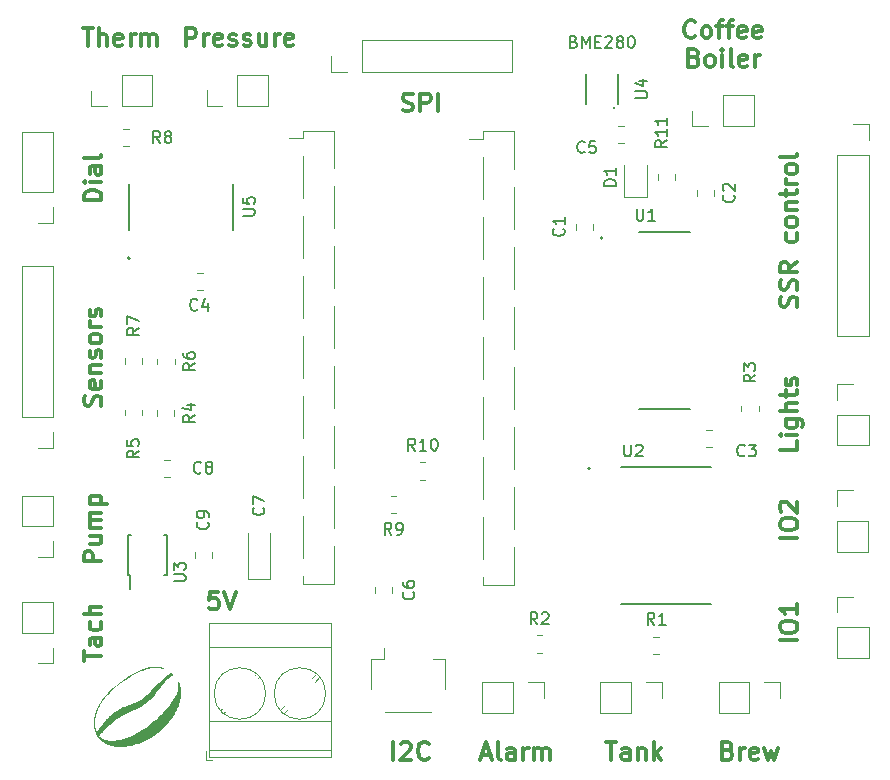
<source format=gbr>
%TF.GenerationSoftware,KiCad,Pcbnew,7.0.10*%
%TF.CreationDate,2024-03-09T05:04:33-09:00*%
%TF.ProjectId,SP_V.1.7.5_Board,53505f56-2e31-42e3-972e-355f426f6172,rev?*%
%TF.SameCoordinates,Original*%
%TF.FileFunction,Legend,Top*%
%TF.FilePolarity,Positive*%
%FSLAX46Y46*%
G04 Gerber Fmt 4.6, Leading zero omitted, Abs format (unit mm)*
G04 Created by KiCad (PCBNEW 7.0.10) date 2024-03-09 05:04:33*
%MOMM*%
%LPD*%
G01*
G04 APERTURE LIST*
%ADD10C,0.300000*%
%ADD11C,0.150000*%
%ADD12C,0.120000*%
%ADD13C,0.127000*%
%ADD14C,0.200000*%
G04 APERTURE END LIST*
D10*
X144608082Y-117047257D02*
X145322368Y-117047257D01*
X144465225Y-117475828D02*
X144965225Y-115975828D01*
X144965225Y-115975828D02*
X145465225Y-117475828D01*
X146179510Y-117475828D02*
X146036653Y-117404400D01*
X146036653Y-117404400D02*
X145965224Y-117261542D01*
X145965224Y-117261542D02*
X145965224Y-115975828D01*
X147393796Y-117475828D02*
X147393796Y-116690114D01*
X147393796Y-116690114D02*
X147322367Y-116547257D01*
X147322367Y-116547257D02*
X147179510Y-116475828D01*
X147179510Y-116475828D02*
X146893796Y-116475828D01*
X146893796Y-116475828D02*
X146750938Y-116547257D01*
X147393796Y-117404400D02*
X147250938Y-117475828D01*
X147250938Y-117475828D02*
X146893796Y-117475828D01*
X146893796Y-117475828D02*
X146750938Y-117404400D01*
X146750938Y-117404400D02*
X146679510Y-117261542D01*
X146679510Y-117261542D02*
X146679510Y-117118685D01*
X146679510Y-117118685D02*
X146750938Y-116975828D01*
X146750938Y-116975828D02*
X146893796Y-116904400D01*
X146893796Y-116904400D02*
X147250938Y-116904400D01*
X147250938Y-116904400D02*
X147393796Y-116832971D01*
X148108081Y-117475828D02*
X148108081Y-116475828D01*
X148108081Y-116761542D02*
X148179510Y-116618685D01*
X148179510Y-116618685D02*
X148250939Y-116547257D01*
X148250939Y-116547257D02*
X148393796Y-116475828D01*
X148393796Y-116475828D02*
X148536653Y-116475828D01*
X149036652Y-117475828D02*
X149036652Y-116475828D01*
X149036652Y-116618685D02*
X149108081Y-116547257D01*
X149108081Y-116547257D02*
X149250938Y-116475828D01*
X149250938Y-116475828D02*
X149465224Y-116475828D01*
X149465224Y-116475828D02*
X149608081Y-116547257D01*
X149608081Y-116547257D02*
X149679510Y-116690114D01*
X149679510Y-116690114D02*
X149679510Y-117475828D01*
X149679510Y-116690114D02*
X149750938Y-116547257D01*
X149750938Y-116547257D02*
X149893795Y-116475828D01*
X149893795Y-116475828D02*
X150108081Y-116475828D01*
X150108081Y-116475828D02*
X150250938Y-116547257D01*
X150250938Y-116547257D02*
X150322367Y-116690114D01*
X150322367Y-116690114D02*
X150322367Y-117475828D01*
X122268796Y-103250828D02*
X121554510Y-103250828D01*
X121554510Y-103250828D02*
X121483082Y-103965114D01*
X121483082Y-103965114D02*
X121554510Y-103893685D01*
X121554510Y-103893685D02*
X121697368Y-103822257D01*
X121697368Y-103822257D02*
X122054510Y-103822257D01*
X122054510Y-103822257D02*
X122197368Y-103893685D01*
X122197368Y-103893685D02*
X122268796Y-103965114D01*
X122268796Y-103965114D02*
X122340225Y-104107971D01*
X122340225Y-104107971D02*
X122340225Y-104465114D01*
X122340225Y-104465114D02*
X122268796Y-104607971D01*
X122268796Y-104607971D02*
X122197368Y-104679400D01*
X122197368Y-104679400D02*
X122054510Y-104750828D01*
X122054510Y-104750828D02*
X121697368Y-104750828D01*
X121697368Y-104750828D02*
X121554510Y-104679400D01*
X121554510Y-104679400D02*
X121483082Y-104607971D01*
X122768796Y-103250828D02*
X123268796Y-104750828D01*
X123268796Y-104750828D02*
X123768796Y-103250828D01*
X110875828Y-109159774D02*
X110875828Y-108302632D01*
X112375828Y-108731203D02*
X110875828Y-108731203D01*
X112375828Y-107159775D02*
X111590114Y-107159775D01*
X111590114Y-107159775D02*
X111447257Y-107231203D01*
X111447257Y-107231203D02*
X111375828Y-107374060D01*
X111375828Y-107374060D02*
X111375828Y-107659775D01*
X111375828Y-107659775D02*
X111447257Y-107802632D01*
X112304400Y-107159775D02*
X112375828Y-107302632D01*
X112375828Y-107302632D02*
X112375828Y-107659775D01*
X112375828Y-107659775D02*
X112304400Y-107802632D01*
X112304400Y-107802632D02*
X112161542Y-107874060D01*
X112161542Y-107874060D02*
X112018685Y-107874060D01*
X112018685Y-107874060D02*
X111875828Y-107802632D01*
X111875828Y-107802632D02*
X111804400Y-107659775D01*
X111804400Y-107659775D02*
X111804400Y-107302632D01*
X111804400Y-107302632D02*
X111732971Y-107159775D01*
X112304400Y-105802632D02*
X112375828Y-105945489D01*
X112375828Y-105945489D02*
X112375828Y-106231203D01*
X112375828Y-106231203D02*
X112304400Y-106374060D01*
X112304400Y-106374060D02*
X112232971Y-106445489D01*
X112232971Y-106445489D02*
X112090114Y-106516917D01*
X112090114Y-106516917D02*
X111661542Y-106516917D01*
X111661542Y-106516917D02*
X111518685Y-106445489D01*
X111518685Y-106445489D02*
X111447257Y-106374060D01*
X111447257Y-106374060D02*
X111375828Y-106231203D01*
X111375828Y-106231203D02*
X111375828Y-105945489D01*
X111375828Y-105945489D02*
X111447257Y-105802632D01*
X112375828Y-105159775D02*
X110875828Y-105159775D01*
X112375828Y-104516918D02*
X111590114Y-104516918D01*
X111590114Y-104516918D02*
X111447257Y-104588346D01*
X111447257Y-104588346D02*
X111375828Y-104731203D01*
X111375828Y-104731203D02*
X111375828Y-104945489D01*
X111375828Y-104945489D02*
X111447257Y-105088346D01*
X111447257Y-105088346D02*
X111518685Y-105159775D01*
X171300828Y-107370489D02*
X169800828Y-107370489D01*
X169800828Y-106370488D02*
X169800828Y-106084774D01*
X169800828Y-106084774D02*
X169872257Y-105941917D01*
X169872257Y-105941917D02*
X170015114Y-105799060D01*
X170015114Y-105799060D02*
X170300828Y-105727631D01*
X170300828Y-105727631D02*
X170800828Y-105727631D01*
X170800828Y-105727631D02*
X171086542Y-105799060D01*
X171086542Y-105799060D02*
X171229400Y-105941917D01*
X171229400Y-105941917D02*
X171300828Y-106084774D01*
X171300828Y-106084774D02*
X171300828Y-106370488D01*
X171300828Y-106370488D02*
X171229400Y-106513346D01*
X171229400Y-106513346D02*
X171086542Y-106656203D01*
X171086542Y-106656203D02*
X170800828Y-106727631D01*
X170800828Y-106727631D02*
X170300828Y-106727631D01*
X170300828Y-106727631D02*
X170015114Y-106656203D01*
X170015114Y-106656203D02*
X169872257Y-106513346D01*
X169872257Y-106513346D02*
X169800828Y-106370488D01*
X171300828Y-104299059D02*
X171300828Y-105156202D01*
X171300828Y-104727631D02*
X169800828Y-104727631D01*
X169800828Y-104727631D02*
X170015114Y-104870488D01*
X170015114Y-104870488D02*
X170157971Y-105013345D01*
X170157971Y-105013345D02*
X170229400Y-105156202D01*
X171300828Y-90506203D02*
X171300828Y-91220489D01*
X171300828Y-91220489D02*
X169800828Y-91220489D01*
X171300828Y-90006203D02*
X170300828Y-90006203D01*
X169800828Y-90006203D02*
X169872257Y-90077631D01*
X169872257Y-90077631D02*
X169943685Y-90006203D01*
X169943685Y-90006203D02*
X169872257Y-89934774D01*
X169872257Y-89934774D02*
X169800828Y-90006203D01*
X169800828Y-90006203D02*
X169943685Y-90006203D01*
X170300828Y-88649060D02*
X171515114Y-88649060D01*
X171515114Y-88649060D02*
X171657971Y-88720488D01*
X171657971Y-88720488D02*
X171729400Y-88791917D01*
X171729400Y-88791917D02*
X171800828Y-88934774D01*
X171800828Y-88934774D02*
X171800828Y-89149060D01*
X171800828Y-89149060D02*
X171729400Y-89291917D01*
X171229400Y-88649060D02*
X171300828Y-88791917D01*
X171300828Y-88791917D02*
X171300828Y-89077631D01*
X171300828Y-89077631D02*
X171229400Y-89220488D01*
X171229400Y-89220488D02*
X171157971Y-89291917D01*
X171157971Y-89291917D02*
X171015114Y-89363345D01*
X171015114Y-89363345D02*
X170586542Y-89363345D01*
X170586542Y-89363345D02*
X170443685Y-89291917D01*
X170443685Y-89291917D02*
X170372257Y-89220488D01*
X170372257Y-89220488D02*
X170300828Y-89077631D01*
X170300828Y-89077631D02*
X170300828Y-88791917D01*
X170300828Y-88791917D02*
X170372257Y-88649060D01*
X171300828Y-87934774D02*
X169800828Y-87934774D01*
X171300828Y-87291917D02*
X170515114Y-87291917D01*
X170515114Y-87291917D02*
X170372257Y-87363345D01*
X170372257Y-87363345D02*
X170300828Y-87506202D01*
X170300828Y-87506202D02*
X170300828Y-87720488D01*
X170300828Y-87720488D02*
X170372257Y-87863345D01*
X170372257Y-87863345D02*
X170443685Y-87934774D01*
X170300828Y-86791916D02*
X170300828Y-86220488D01*
X169800828Y-86577631D02*
X171086542Y-86577631D01*
X171086542Y-86577631D02*
X171229400Y-86506202D01*
X171229400Y-86506202D02*
X171300828Y-86363345D01*
X171300828Y-86363345D02*
X171300828Y-86220488D01*
X171229400Y-85791916D02*
X171300828Y-85649059D01*
X171300828Y-85649059D02*
X171300828Y-85363345D01*
X171300828Y-85363345D02*
X171229400Y-85220488D01*
X171229400Y-85220488D02*
X171086542Y-85149059D01*
X171086542Y-85149059D02*
X171015114Y-85149059D01*
X171015114Y-85149059D02*
X170872257Y-85220488D01*
X170872257Y-85220488D02*
X170800828Y-85363345D01*
X170800828Y-85363345D02*
X170800828Y-85577631D01*
X170800828Y-85577631D02*
X170729400Y-85720488D01*
X170729400Y-85720488D02*
X170586542Y-85791916D01*
X170586542Y-85791916D02*
X170515114Y-85791916D01*
X170515114Y-85791916D02*
X170372257Y-85720488D01*
X170372257Y-85720488D02*
X170300828Y-85577631D01*
X170300828Y-85577631D02*
X170300828Y-85363345D01*
X170300828Y-85363345D02*
X170372257Y-85220488D01*
X119554510Y-57050828D02*
X119554510Y-55550828D01*
X119554510Y-55550828D02*
X120125939Y-55550828D01*
X120125939Y-55550828D02*
X120268796Y-55622257D01*
X120268796Y-55622257D02*
X120340225Y-55693685D01*
X120340225Y-55693685D02*
X120411653Y-55836542D01*
X120411653Y-55836542D02*
X120411653Y-56050828D01*
X120411653Y-56050828D02*
X120340225Y-56193685D01*
X120340225Y-56193685D02*
X120268796Y-56265114D01*
X120268796Y-56265114D02*
X120125939Y-56336542D01*
X120125939Y-56336542D02*
X119554510Y-56336542D01*
X121054510Y-57050828D02*
X121054510Y-56050828D01*
X121054510Y-56336542D02*
X121125939Y-56193685D01*
X121125939Y-56193685D02*
X121197368Y-56122257D01*
X121197368Y-56122257D02*
X121340225Y-56050828D01*
X121340225Y-56050828D02*
X121483082Y-56050828D01*
X122554510Y-56979400D02*
X122411653Y-57050828D01*
X122411653Y-57050828D02*
X122125939Y-57050828D01*
X122125939Y-57050828D02*
X121983081Y-56979400D01*
X121983081Y-56979400D02*
X121911653Y-56836542D01*
X121911653Y-56836542D02*
X121911653Y-56265114D01*
X121911653Y-56265114D02*
X121983081Y-56122257D01*
X121983081Y-56122257D02*
X122125939Y-56050828D01*
X122125939Y-56050828D02*
X122411653Y-56050828D01*
X122411653Y-56050828D02*
X122554510Y-56122257D01*
X122554510Y-56122257D02*
X122625939Y-56265114D01*
X122625939Y-56265114D02*
X122625939Y-56407971D01*
X122625939Y-56407971D02*
X121911653Y-56550828D01*
X123197367Y-56979400D02*
X123340224Y-57050828D01*
X123340224Y-57050828D02*
X123625938Y-57050828D01*
X123625938Y-57050828D02*
X123768795Y-56979400D01*
X123768795Y-56979400D02*
X123840224Y-56836542D01*
X123840224Y-56836542D02*
X123840224Y-56765114D01*
X123840224Y-56765114D02*
X123768795Y-56622257D01*
X123768795Y-56622257D02*
X123625938Y-56550828D01*
X123625938Y-56550828D02*
X123411653Y-56550828D01*
X123411653Y-56550828D02*
X123268795Y-56479400D01*
X123268795Y-56479400D02*
X123197367Y-56336542D01*
X123197367Y-56336542D02*
X123197367Y-56265114D01*
X123197367Y-56265114D02*
X123268795Y-56122257D01*
X123268795Y-56122257D02*
X123411653Y-56050828D01*
X123411653Y-56050828D02*
X123625938Y-56050828D01*
X123625938Y-56050828D02*
X123768795Y-56122257D01*
X124411653Y-56979400D02*
X124554510Y-57050828D01*
X124554510Y-57050828D02*
X124840224Y-57050828D01*
X124840224Y-57050828D02*
X124983081Y-56979400D01*
X124983081Y-56979400D02*
X125054510Y-56836542D01*
X125054510Y-56836542D02*
X125054510Y-56765114D01*
X125054510Y-56765114D02*
X124983081Y-56622257D01*
X124983081Y-56622257D02*
X124840224Y-56550828D01*
X124840224Y-56550828D02*
X124625939Y-56550828D01*
X124625939Y-56550828D02*
X124483081Y-56479400D01*
X124483081Y-56479400D02*
X124411653Y-56336542D01*
X124411653Y-56336542D02*
X124411653Y-56265114D01*
X124411653Y-56265114D02*
X124483081Y-56122257D01*
X124483081Y-56122257D02*
X124625939Y-56050828D01*
X124625939Y-56050828D02*
X124840224Y-56050828D01*
X124840224Y-56050828D02*
X124983081Y-56122257D01*
X126340225Y-56050828D02*
X126340225Y-57050828D01*
X125697367Y-56050828D02*
X125697367Y-56836542D01*
X125697367Y-56836542D02*
X125768796Y-56979400D01*
X125768796Y-56979400D02*
X125911653Y-57050828D01*
X125911653Y-57050828D02*
X126125939Y-57050828D01*
X126125939Y-57050828D02*
X126268796Y-56979400D01*
X126268796Y-56979400D02*
X126340225Y-56907971D01*
X127054510Y-57050828D02*
X127054510Y-56050828D01*
X127054510Y-56336542D02*
X127125939Y-56193685D01*
X127125939Y-56193685D02*
X127197368Y-56122257D01*
X127197368Y-56122257D02*
X127340225Y-56050828D01*
X127340225Y-56050828D02*
X127483082Y-56050828D01*
X128554510Y-56979400D02*
X128411653Y-57050828D01*
X128411653Y-57050828D02*
X128125939Y-57050828D01*
X128125939Y-57050828D02*
X127983081Y-56979400D01*
X127983081Y-56979400D02*
X127911653Y-56836542D01*
X127911653Y-56836542D02*
X127911653Y-56265114D01*
X127911653Y-56265114D02*
X127983081Y-56122257D01*
X127983081Y-56122257D02*
X128125939Y-56050828D01*
X128125939Y-56050828D02*
X128411653Y-56050828D01*
X128411653Y-56050828D02*
X128554510Y-56122257D01*
X128554510Y-56122257D02*
X128625939Y-56265114D01*
X128625939Y-56265114D02*
X128625939Y-56407971D01*
X128625939Y-56407971D02*
X127911653Y-56550828D01*
X155090225Y-115975828D02*
X155947368Y-115975828D01*
X155518796Y-117475828D02*
X155518796Y-115975828D01*
X157090225Y-117475828D02*
X157090225Y-116690114D01*
X157090225Y-116690114D02*
X157018796Y-116547257D01*
X157018796Y-116547257D02*
X156875939Y-116475828D01*
X156875939Y-116475828D02*
X156590225Y-116475828D01*
X156590225Y-116475828D02*
X156447367Y-116547257D01*
X157090225Y-117404400D02*
X156947367Y-117475828D01*
X156947367Y-117475828D02*
X156590225Y-117475828D01*
X156590225Y-117475828D02*
X156447367Y-117404400D01*
X156447367Y-117404400D02*
X156375939Y-117261542D01*
X156375939Y-117261542D02*
X156375939Y-117118685D01*
X156375939Y-117118685D02*
X156447367Y-116975828D01*
X156447367Y-116975828D02*
X156590225Y-116904400D01*
X156590225Y-116904400D02*
X156947367Y-116904400D01*
X156947367Y-116904400D02*
X157090225Y-116832971D01*
X157804510Y-116475828D02*
X157804510Y-117475828D01*
X157804510Y-116618685D02*
X157875939Y-116547257D01*
X157875939Y-116547257D02*
X158018796Y-116475828D01*
X158018796Y-116475828D02*
X158233082Y-116475828D01*
X158233082Y-116475828D02*
X158375939Y-116547257D01*
X158375939Y-116547257D02*
X158447368Y-116690114D01*
X158447368Y-116690114D02*
X158447368Y-117475828D01*
X159161653Y-117475828D02*
X159161653Y-115975828D01*
X159304511Y-116904400D02*
X159733082Y-117475828D01*
X159733082Y-116475828D02*
X159161653Y-117047257D01*
X110840225Y-55550828D02*
X111697368Y-55550828D01*
X111268796Y-57050828D02*
X111268796Y-55550828D01*
X112197367Y-57050828D02*
X112197367Y-55550828D01*
X112840225Y-57050828D02*
X112840225Y-56265114D01*
X112840225Y-56265114D02*
X112768796Y-56122257D01*
X112768796Y-56122257D02*
X112625939Y-56050828D01*
X112625939Y-56050828D02*
X112411653Y-56050828D01*
X112411653Y-56050828D02*
X112268796Y-56122257D01*
X112268796Y-56122257D02*
X112197367Y-56193685D01*
X114125939Y-56979400D02*
X113983082Y-57050828D01*
X113983082Y-57050828D02*
X113697368Y-57050828D01*
X113697368Y-57050828D02*
X113554510Y-56979400D01*
X113554510Y-56979400D02*
X113483082Y-56836542D01*
X113483082Y-56836542D02*
X113483082Y-56265114D01*
X113483082Y-56265114D02*
X113554510Y-56122257D01*
X113554510Y-56122257D02*
X113697368Y-56050828D01*
X113697368Y-56050828D02*
X113983082Y-56050828D01*
X113983082Y-56050828D02*
X114125939Y-56122257D01*
X114125939Y-56122257D02*
X114197368Y-56265114D01*
X114197368Y-56265114D02*
X114197368Y-56407971D01*
X114197368Y-56407971D02*
X113483082Y-56550828D01*
X114840224Y-57050828D02*
X114840224Y-56050828D01*
X114840224Y-56336542D02*
X114911653Y-56193685D01*
X114911653Y-56193685D02*
X114983082Y-56122257D01*
X114983082Y-56122257D02*
X115125939Y-56050828D01*
X115125939Y-56050828D02*
X115268796Y-56050828D01*
X115768795Y-57050828D02*
X115768795Y-56050828D01*
X115768795Y-56193685D02*
X115840224Y-56122257D01*
X115840224Y-56122257D02*
X115983081Y-56050828D01*
X115983081Y-56050828D02*
X116197367Y-56050828D01*
X116197367Y-56050828D02*
X116340224Y-56122257D01*
X116340224Y-56122257D02*
X116411653Y-56265114D01*
X116411653Y-56265114D02*
X116411653Y-57050828D01*
X116411653Y-56265114D02*
X116483081Y-56122257D01*
X116483081Y-56122257D02*
X116625938Y-56050828D01*
X116625938Y-56050828D02*
X116840224Y-56050828D01*
X116840224Y-56050828D02*
X116983081Y-56122257D01*
X116983081Y-56122257D02*
X117054510Y-56265114D01*
X117054510Y-56265114D02*
X117054510Y-57050828D01*
X112304400Y-87516917D02*
X112375828Y-87302632D01*
X112375828Y-87302632D02*
X112375828Y-86945489D01*
X112375828Y-86945489D02*
X112304400Y-86802632D01*
X112304400Y-86802632D02*
X112232971Y-86731203D01*
X112232971Y-86731203D02*
X112090114Y-86659774D01*
X112090114Y-86659774D02*
X111947257Y-86659774D01*
X111947257Y-86659774D02*
X111804400Y-86731203D01*
X111804400Y-86731203D02*
X111732971Y-86802632D01*
X111732971Y-86802632D02*
X111661542Y-86945489D01*
X111661542Y-86945489D02*
X111590114Y-87231203D01*
X111590114Y-87231203D02*
X111518685Y-87374060D01*
X111518685Y-87374060D02*
X111447257Y-87445489D01*
X111447257Y-87445489D02*
X111304400Y-87516917D01*
X111304400Y-87516917D02*
X111161542Y-87516917D01*
X111161542Y-87516917D02*
X111018685Y-87445489D01*
X111018685Y-87445489D02*
X110947257Y-87374060D01*
X110947257Y-87374060D02*
X110875828Y-87231203D01*
X110875828Y-87231203D02*
X110875828Y-86874060D01*
X110875828Y-86874060D02*
X110947257Y-86659774D01*
X112304400Y-85445489D02*
X112375828Y-85588346D01*
X112375828Y-85588346D02*
X112375828Y-85874061D01*
X112375828Y-85874061D02*
X112304400Y-86016918D01*
X112304400Y-86016918D02*
X112161542Y-86088346D01*
X112161542Y-86088346D02*
X111590114Y-86088346D01*
X111590114Y-86088346D02*
X111447257Y-86016918D01*
X111447257Y-86016918D02*
X111375828Y-85874061D01*
X111375828Y-85874061D02*
X111375828Y-85588346D01*
X111375828Y-85588346D02*
X111447257Y-85445489D01*
X111447257Y-85445489D02*
X111590114Y-85374061D01*
X111590114Y-85374061D02*
X111732971Y-85374061D01*
X111732971Y-85374061D02*
X111875828Y-86088346D01*
X111375828Y-84731204D02*
X112375828Y-84731204D01*
X111518685Y-84731204D02*
X111447257Y-84659775D01*
X111447257Y-84659775D02*
X111375828Y-84516918D01*
X111375828Y-84516918D02*
X111375828Y-84302632D01*
X111375828Y-84302632D02*
X111447257Y-84159775D01*
X111447257Y-84159775D02*
X111590114Y-84088347D01*
X111590114Y-84088347D02*
X112375828Y-84088347D01*
X112304400Y-83445489D02*
X112375828Y-83302632D01*
X112375828Y-83302632D02*
X112375828Y-83016918D01*
X112375828Y-83016918D02*
X112304400Y-82874061D01*
X112304400Y-82874061D02*
X112161542Y-82802632D01*
X112161542Y-82802632D02*
X112090114Y-82802632D01*
X112090114Y-82802632D02*
X111947257Y-82874061D01*
X111947257Y-82874061D02*
X111875828Y-83016918D01*
X111875828Y-83016918D02*
X111875828Y-83231204D01*
X111875828Y-83231204D02*
X111804400Y-83374061D01*
X111804400Y-83374061D02*
X111661542Y-83445489D01*
X111661542Y-83445489D02*
X111590114Y-83445489D01*
X111590114Y-83445489D02*
X111447257Y-83374061D01*
X111447257Y-83374061D02*
X111375828Y-83231204D01*
X111375828Y-83231204D02*
X111375828Y-83016918D01*
X111375828Y-83016918D02*
X111447257Y-82874061D01*
X112375828Y-81945489D02*
X112304400Y-82088346D01*
X112304400Y-82088346D02*
X112232971Y-82159775D01*
X112232971Y-82159775D02*
X112090114Y-82231203D01*
X112090114Y-82231203D02*
X111661542Y-82231203D01*
X111661542Y-82231203D02*
X111518685Y-82159775D01*
X111518685Y-82159775D02*
X111447257Y-82088346D01*
X111447257Y-82088346D02*
X111375828Y-81945489D01*
X111375828Y-81945489D02*
X111375828Y-81731203D01*
X111375828Y-81731203D02*
X111447257Y-81588346D01*
X111447257Y-81588346D02*
X111518685Y-81516918D01*
X111518685Y-81516918D02*
X111661542Y-81445489D01*
X111661542Y-81445489D02*
X112090114Y-81445489D01*
X112090114Y-81445489D02*
X112232971Y-81516918D01*
X112232971Y-81516918D02*
X112304400Y-81588346D01*
X112304400Y-81588346D02*
X112375828Y-81731203D01*
X112375828Y-81731203D02*
X112375828Y-81945489D01*
X112375828Y-80802632D02*
X111375828Y-80802632D01*
X111661542Y-80802632D02*
X111518685Y-80731203D01*
X111518685Y-80731203D02*
X111447257Y-80659775D01*
X111447257Y-80659775D02*
X111375828Y-80516917D01*
X111375828Y-80516917D02*
X111375828Y-80374060D01*
X112304400Y-79945489D02*
X112375828Y-79802632D01*
X112375828Y-79802632D02*
X112375828Y-79516918D01*
X112375828Y-79516918D02*
X112304400Y-79374061D01*
X112304400Y-79374061D02*
X112161542Y-79302632D01*
X112161542Y-79302632D02*
X112090114Y-79302632D01*
X112090114Y-79302632D02*
X111947257Y-79374061D01*
X111947257Y-79374061D02*
X111875828Y-79516918D01*
X111875828Y-79516918D02*
X111875828Y-79731204D01*
X111875828Y-79731204D02*
X111804400Y-79874061D01*
X111804400Y-79874061D02*
X111661542Y-79945489D01*
X111661542Y-79945489D02*
X111590114Y-79945489D01*
X111590114Y-79945489D02*
X111447257Y-79874061D01*
X111447257Y-79874061D02*
X111375828Y-79731204D01*
X111375828Y-79731204D02*
X111375828Y-79516918D01*
X111375828Y-79516918D02*
X111447257Y-79374061D01*
X137079510Y-117475828D02*
X137079510Y-115975828D01*
X137722368Y-116118685D02*
X137793796Y-116047257D01*
X137793796Y-116047257D02*
X137936654Y-115975828D01*
X137936654Y-115975828D02*
X138293796Y-115975828D01*
X138293796Y-115975828D02*
X138436654Y-116047257D01*
X138436654Y-116047257D02*
X138508082Y-116118685D01*
X138508082Y-116118685D02*
X138579511Y-116261542D01*
X138579511Y-116261542D02*
X138579511Y-116404400D01*
X138579511Y-116404400D02*
X138508082Y-116618685D01*
X138508082Y-116618685D02*
X137650939Y-117475828D01*
X137650939Y-117475828D02*
X138579511Y-117475828D01*
X140079510Y-117332971D02*
X140008082Y-117404400D01*
X140008082Y-117404400D02*
X139793796Y-117475828D01*
X139793796Y-117475828D02*
X139650939Y-117475828D01*
X139650939Y-117475828D02*
X139436653Y-117404400D01*
X139436653Y-117404400D02*
X139293796Y-117261542D01*
X139293796Y-117261542D02*
X139222367Y-117118685D01*
X139222367Y-117118685D02*
X139150939Y-116832971D01*
X139150939Y-116832971D02*
X139150939Y-116618685D01*
X139150939Y-116618685D02*
X139222367Y-116332971D01*
X139222367Y-116332971D02*
X139293796Y-116190114D01*
X139293796Y-116190114D02*
X139436653Y-116047257D01*
X139436653Y-116047257D02*
X139650939Y-115975828D01*
X139650939Y-115975828D02*
X139793796Y-115975828D01*
X139793796Y-115975828D02*
X140008082Y-116047257D01*
X140008082Y-116047257D02*
X140079510Y-116118685D01*
X165429510Y-116690114D02*
X165643796Y-116761542D01*
X165643796Y-116761542D02*
X165715225Y-116832971D01*
X165715225Y-116832971D02*
X165786653Y-116975828D01*
X165786653Y-116975828D02*
X165786653Y-117190114D01*
X165786653Y-117190114D02*
X165715225Y-117332971D01*
X165715225Y-117332971D02*
X165643796Y-117404400D01*
X165643796Y-117404400D02*
X165500939Y-117475828D01*
X165500939Y-117475828D02*
X164929510Y-117475828D01*
X164929510Y-117475828D02*
X164929510Y-115975828D01*
X164929510Y-115975828D02*
X165429510Y-115975828D01*
X165429510Y-115975828D02*
X165572368Y-116047257D01*
X165572368Y-116047257D02*
X165643796Y-116118685D01*
X165643796Y-116118685D02*
X165715225Y-116261542D01*
X165715225Y-116261542D02*
X165715225Y-116404400D01*
X165715225Y-116404400D02*
X165643796Y-116547257D01*
X165643796Y-116547257D02*
X165572368Y-116618685D01*
X165572368Y-116618685D02*
X165429510Y-116690114D01*
X165429510Y-116690114D02*
X164929510Y-116690114D01*
X166429510Y-117475828D02*
X166429510Y-116475828D01*
X166429510Y-116761542D02*
X166500939Y-116618685D01*
X166500939Y-116618685D02*
X166572368Y-116547257D01*
X166572368Y-116547257D02*
X166715225Y-116475828D01*
X166715225Y-116475828D02*
X166858082Y-116475828D01*
X167929510Y-117404400D02*
X167786653Y-117475828D01*
X167786653Y-117475828D02*
X167500939Y-117475828D01*
X167500939Y-117475828D02*
X167358081Y-117404400D01*
X167358081Y-117404400D02*
X167286653Y-117261542D01*
X167286653Y-117261542D02*
X167286653Y-116690114D01*
X167286653Y-116690114D02*
X167358081Y-116547257D01*
X167358081Y-116547257D02*
X167500939Y-116475828D01*
X167500939Y-116475828D02*
X167786653Y-116475828D01*
X167786653Y-116475828D02*
X167929510Y-116547257D01*
X167929510Y-116547257D02*
X168000939Y-116690114D01*
X168000939Y-116690114D02*
X168000939Y-116832971D01*
X168000939Y-116832971D02*
X167286653Y-116975828D01*
X168500938Y-116475828D02*
X168786653Y-117475828D01*
X168786653Y-117475828D02*
X169072367Y-116761542D01*
X169072367Y-116761542D02*
X169358081Y-117475828D01*
X169358081Y-117475828D02*
X169643795Y-116475828D01*
X171229400Y-79141917D02*
X171300828Y-78927632D01*
X171300828Y-78927632D02*
X171300828Y-78570489D01*
X171300828Y-78570489D02*
X171229400Y-78427632D01*
X171229400Y-78427632D02*
X171157971Y-78356203D01*
X171157971Y-78356203D02*
X171015114Y-78284774D01*
X171015114Y-78284774D02*
X170872257Y-78284774D01*
X170872257Y-78284774D02*
X170729400Y-78356203D01*
X170729400Y-78356203D02*
X170657971Y-78427632D01*
X170657971Y-78427632D02*
X170586542Y-78570489D01*
X170586542Y-78570489D02*
X170515114Y-78856203D01*
X170515114Y-78856203D02*
X170443685Y-78999060D01*
X170443685Y-78999060D02*
X170372257Y-79070489D01*
X170372257Y-79070489D02*
X170229400Y-79141917D01*
X170229400Y-79141917D02*
X170086542Y-79141917D01*
X170086542Y-79141917D02*
X169943685Y-79070489D01*
X169943685Y-79070489D02*
X169872257Y-78999060D01*
X169872257Y-78999060D02*
X169800828Y-78856203D01*
X169800828Y-78856203D02*
X169800828Y-78499060D01*
X169800828Y-78499060D02*
X169872257Y-78284774D01*
X171229400Y-77713346D02*
X171300828Y-77499061D01*
X171300828Y-77499061D02*
X171300828Y-77141918D01*
X171300828Y-77141918D02*
X171229400Y-76999061D01*
X171229400Y-76999061D02*
X171157971Y-76927632D01*
X171157971Y-76927632D02*
X171015114Y-76856203D01*
X171015114Y-76856203D02*
X170872257Y-76856203D01*
X170872257Y-76856203D02*
X170729400Y-76927632D01*
X170729400Y-76927632D02*
X170657971Y-76999061D01*
X170657971Y-76999061D02*
X170586542Y-77141918D01*
X170586542Y-77141918D02*
X170515114Y-77427632D01*
X170515114Y-77427632D02*
X170443685Y-77570489D01*
X170443685Y-77570489D02*
X170372257Y-77641918D01*
X170372257Y-77641918D02*
X170229400Y-77713346D01*
X170229400Y-77713346D02*
X170086542Y-77713346D01*
X170086542Y-77713346D02*
X169943685Y-77641918D01*
X169943685Y-77641918D02*
X169872257Y-77570489D01*
X169872257Y-77570489D02*
X169800828Y-77427632D01*
X169800828Y-77427632D02*
X169800828Y-77070489D01*
X169800828Y-77070489D02*
X169872257Y-76856203D01*
X171300828Y-75356204D02*
X170586542Y-75856204D01*
X171300828Y-76213347D02*
X169800828Y-76213347D01*
X169800828Y-76213347D02*
X169800828Y-75641918D01*
X169800828Y-75641918D02*
X169872257Y-75499061D01*
X169872257Y-75499061D02*
X169943685Y-75427632D01*
X169943685Y-75427632D02*
X170086542Y-75356204D01*
X170086542Y-75356204D02*
X170300828Y-75356204D01*
X170300828Y-75356204D02*
X170443685Y-75427632D01*
X170443685Y-75427632D02*
X170515114Y-75499061D01*
X170515114Y-75499061D02*
X170586542Y-75641918D01*
X170586542Y-75641918D02*
X170586542Y-76213347D01*
X171229400Y-72927633D02*
X171300828Y-73070490D01*
X171300828Y-73070490D02*
X171300828Y-73356204D01*
X171300828Y-73356204D02*
X171229400Y-73499061D01*
X171229400Y-73499061D02*
X171157971Y-73570490D01*
X171157971Y-73570490D02*
X171015114Y-73641918D01*
X171015114Y-73641918D02*
X170586542Y-73641918D01*
X170586542Y-73641918D02*
X170443685Y-73570490D01*
X170443685Y-73570490D02*
X170372257Y-73499061D01*
X170372257Y-73499061D02*
X170300828Y-73356204D01*
X170300828Y-73356204D02*
X170300828Y-73070490D01*
X170300828Y-73070490D02*
X170372257Y-72927633D01*
X171300828Y-72070490D02*
X171229400Y-72213347D01*
X171229400Y-72213347D02*
X171157971Y-72284776D01*
X171157971Y-72284776D02*
X171015114Y-72356204D01*
X171015114Y-72356204D02*
X170586542Y-72356204D01*
X170586542Y-72356204D02*
X170443685Y-72284776D01*
X170443685Y-72284776D02*
X170372257Y-72213347D01*
X170372257Y-72213347D02*
X170300828Y-72070490D01*
X170300828Y-72070490D02*
X170300828Y-71856204D01*
X170300828Y-71856204D02*
X170372257Y-71713347D01*
X170372257Y-71713347D02*
X170443685Y-71641919D01*
X170443685Y-71641919D02*
X170586542Y-71570490D01*
X170586542Y-71570490D02*
X171015114Y-71570490D01*
X171015114Y-71570490D02*
X171157971Y-71641919D01*
X171157971Y-71641919D02*
X171229400Y-71713347D01*
X171229400Y-71713347D02*
X171300828Y-71856204D01*
X171300828Y-71856204D02*
X171300828Y-72070490D01*
X170300828Y-70927633D02*
X171300828Y-70927633D01*
X170443685Y-70927633D02*
X170372257Y-70856204D01*
X170372257Y-70856204D02*
X170300828Y-70713347D01*
X170300828Y-70713347D02*
X170300828Y-70499061D01*
X170300828Y-70499061D02*
X170372257Y-70356204D01*
X170372257Y-70356204D02*
X170515114Y-70284776D01*
X170515114Y-70284776D02*
X171300828Y-70284776D01*
X170300828Y-69784775D02*
X170300828Y-69213347D01*
X169800828Y-69570490D02*
X171086542Y-69570490D01*
X171086542Y-69570490D02*
X171229400Y-69499061D01*
X171229400Y-69499061D02*
X171300828Y-69356204D01*
X171300828Y-69356204D02*
X171300828Y-69213347D01*
X171300828Y-68713347D02*
X170300828Y-68713347D01*
X170586542Y-68713347D02*
X170443685Y-68641918D01*
X170443685Y-68641918D02*
X170372257Y-68570490D01*
X170372257Y-68570490D02*
X170300828Y-68427632D01*
X170300828Y-68427632D02*
X170300828Y-68284775D01*
X171300828Y-67570490D02*
X171229400Y-67713347D01*
X171229400Y-67713347D02*
X171157971Y-67784776D01*
X171157971Y-67784776D02*
X171015114Y-67856204D01*
X171015114Y-67856204D02*
X170586542Y-67856204D01*
X170586542Y-67856204D02*
X170443685Y-67784776D01*
X170443685Y-67784776D02*
X170372257Y-67713347D01*
X170372257Y-67713347D02*
X170300828Y-67570490D01*
X170300828Y-67570490D02*
X170300828Y-67356204D01*
X170300828Y-67356204D02*
X170372257Y-67213347D01*
X170372257Y-67213347D02*
X170443685Y-67141919D01*
X170443685Y-67141919D02*
X170586542Y-67070490D01*
X170586542Y-67070490D02*
X171015114Y-67070490D01*
X171015114Y-67070490D02*
X171157971Y-67141919D01*
X171157971Y-67141919D02*
X171229400Y-67213347D01*
X171229400Y-67213347D02*
X171300828Y-67356204D01*
X171300828Y-67356204D02*
X171300828Y-67570490D01*
X171300828Y-66213347D02*
X171229400Y-66356204D01*
X171229400Y-66356204D02*
X171086542Y-66427633D01*
X171086542Y-66427633D02*
X169800828Y-66427633D01*
X171300828Y-98695489D02*
X169800828Y-98695489D01*
X169800828Y-97695488D02*
X169800828Y-97409774D01*
X169800828Y-97409774D02*
X169872257Y-97266917D01*
X169872257Y-97266917D02*
X170015114Y-97124060D01*
X170015114Y-97124060D02*
X170300828Y-97052631D01*
X170300828Y-97052631D02*
X170800828Y-97052631D01*
X170800828Y-97052631D02*
X171086542Y-97124060D01*
X171086542Y-97124060D02*
X171229400Y-97266917D01*
X171229400Y-97266917D02*
X171300828Y-97409774D01*
X171300828Y-97409774D02*
X171300828Y-97695488D01*
X171300828Y-97695488D02*
X171229400Y-97838346D01*
X171229400Y-97838346D02*
X171086542Y-97981203D01*
X171086542Y-97981203D02*
X170800828Y-98052631D01*
X170800828Y-98052631D02*
X170300828Y-98052631D01*
X170300828Y-98052631D02*
X170015114Y-97981203D01*
X170015114Y-97981203D02*
X169872257Y-97838346D01*
X169872257Y-97838346D02*
X169800828Y-97695488D01*
X169943685Y-96481202D02*
X169872257Y-96409774D01*
X169872257Y-96409774D02*
X169800828Y-96266917D01*
X169800828Y-96266917D02*
X169800828Y-95909774D01*
X169800828Y-95909774D02*
X169872257Y-95766917D01*
X169872257Y-95766917D02*
X169943685Y-95695488D01*
X169943685Y-95695488D02*
X170086542Y-95624059D01*
X170086542Y-95624059D02*
X170229400Y-95624059D01*
X170229400Y-95624059D02*
X170443685Y-95695488D01*
X170443685Y-95695488D02*
X171300828Y-96552631D01*
X171300828Y-96552631D02*
X171300828Y-95624059D01*
X112375828Y-100695489D02*
X110875828Y-100695489D01*
X110875828Y-100695489D02*
X110875828Y-100124060D01*
X110875828Y-100124060D02*
X110947257Y-99981203D01*
X110947257Y-99981203D02*
X111018685Y-99909774D01*
X111018685Y-99909774D02*
X111161542Y-99838346D01*
X111161542Y-99838346D02*
X111375828Y-99838346D01*
X111375828Y-99838346D02*
X111518685Y-99909774D01*
X111518685Y-99909774D02*
X111590114Y-99981203D01*
X111590114Y-99981203D02*
X111661542Y-100124060D01*
X111661542Y-100124060D02*
X111661542Y-100695489D01*
X111375828Y-98552632D02*
X112375828Y-98552632D01*
X111375828Y-99195489D02*
X112161542Y-99195489D01*
X112161542Y-99195489D02*
X112304400Y-99124060D01*
X112304400Y-99124060D02*
X112375828Y-98981203D01*
X112375828Y-98981203D02*
X112375828Y-98766917D01*
X112375828Y-98766917D02*
X112304400Y-98624060D01*
X112304400Y-98624060D02*
X112232971Y-98552632D01*
X112375828Y-97838346D02*
X111375828Y-97838346D01*
X111518685Y-97838346D02*
X111447257Y-97766917D01*
X111447257Y-97766917D02*
X111375828Y-97624060D01*
X111375828Y-97624060D02*
X111375828Y-97409774D01*
X111375828Y-97409774D02*
X111447257Y-97266917D01*
X111447257Y-97266917D02*
X111590114Y-97195489D01*
X111590114Y-97195489D02*
X112375828Y-97195489D01*
X111590114Y-97195489D02*
X111447257Y-97124060D01*
X111447257Y-97124060D02*
X111375828Y-96981203D01*
X111375828Y-96981203D02*
X111375828Y-96766917D01*
X111375828Y-96766917D02*
X111447257Y-96624060D01*
X111447257Y-96624060D02*
X111590114Y-96552631D01*
X111590114Y-96552631D02*
X112375828Y-96552631D01*
X111375828Y-95838346D02*
X112875828Y-95838346D01*
X111447257Y-95838346D02*
X111375828Y-95695489D01*
X111375828Y-95695489D02*
X111375828Y-95409774D01*
X111375828Y-95409774D02*
X111447257Y-95266917D01*
X111447257Y-95266917D02*
X111518685Y-95195489D01*
X111518685Y-95195489D02*
X111661542Y-95124060D01*
X111661542Y-95124060D02*
X112090114Y-95124060D01*
X112090114Y-95124060D02*
X112232971Y-95195489D01*
X112232971Y-95195489D02*
X112304400Y-95266917D01*
X112304400Y-95266917D02*
X112375828Y-95409774D01*
X112375828Y-95409774D02*
X112375828Y-95695489D01*
X112375828Y-95695489D02*
X112304400Y-95838346D01*
X162642857Y-56242971D02*
X162571429Y-56314400D01*
X162571429Y-56314400D02*
X162357143Y-56385828D01*
X162357143Y-56385828D02*
X162214286Y-56385828D01*
X162214286Y-56385828D02*
X162000000Y-56314400D01*
X162000000Y-56314400D02*
X161857143Y-56171542D01*
X161857143Y-56171542D02*
X161785714Y-56028685D01*
X161785714Y-56028685D02*
X161714286Y-55742971D01*
X161714286Y-55742971D02*
X161714286Y-55528685D01*
X161714286Y-55528685D02*
X161785714Y-55242971D01*
X161785714Y-55242971D02*
X161857143Y-55100114D01*
X161857143Y-55100114D02*
X162000000Y-54957257D01*
X162000000Y-54957257D02*
X162214286Y-54885828D01*
X162214286Y-54885828D02*
X162357143Y-54885828D01*
X162357143Y-54885828D02*
X162571429Y-54957257D01*
X162571429Y-54957257D02*
X162642857Y-55028685D01*
X163500000Y-56385828D02*
X163357143Y-56314400D01*
X163357143Y-56314400D02*
X163285714Y-56242971D01*
X163285714Y-56242971D02*
X163214286Y-56100114D01*
X163214286Y-56100114D02*
X163214286Y-55671542D01*
X163214286Y-55671542D02*
X163285714Y-55528685D01*
X163285714Y-55528685D02*
X163357143Y-55457257D01*
X163357143Y-55457257D02*
X163500000Y-55385828D01*
X163500000Y-55385828D02*
X163714286Y-55385828D01*
X163714286Y-55385828D02*
X163857143Y-55457257D01*
X163857143Y-55457257D02*
X163928572Y-55528685D01*
X163928572Y-55528685D02*
X164000000Y-55671542D01*
X164000000Y-55671542D02*
X164000000Y-56100114D01*
X164000000Y-56100114D02*
X163928572Y-56242971D01*
X163928572Y-56242971D02*
X163857143Y-56314400D01*
X163857143Y-56314400D02*
X163714286Y-56385828D01*
X163714286Y-56385828D02*
X163500000Y-56385828D01*
X164428572Y-55385828D02*
X165000000Y-55385828D01*
X164642857Y-56385828D02*
X164642857Y-55100114D01*
X164642857Y-55100114D02*
X164714286Y-54957257D01*
X164714286Y-54957257D02*
X164857143Y-54885828D01*
X164857143Y-54885828D02*
X165000000Y-54885828D01*
X165285715Y-55385828D02*
X165857143Y-55385828D01*
X165500000Y-56385828D02*
X165500000Y-55100114D01*
X165500000Y-55100114D02*
X165571429Y-54957257D01*
X165571429Y-54957257D02*
X165714286Y-54885828D01*
X165714286Y-54885828D02*
X165857143Y-54885828D01*
X166928572Y-56314400D02*
X166785715Y-56385828D01*
X166785715Y-56385828D02*
X166500001Y-56385828D01*
X166500001Y-56385828D02*
X166357143Y-56314400D01*
X166357143Y-56314400D02*
X166285715Y-56171542D01*
X166285715Y-56171542D02*
X166285715Y-55600114D01*
X166285715Y-55600114D02*
X166357143Y-55457257D01*
X166357143Y-55457257D02*
X166500001Y-55385828D01*
X166500001Y-55385828D02*
X166785715Y-55385828D01*
X166785715Y-55385828D02*
X166928572Y-55457257D01*
X166928572Y-55457257D02*
X167000001Y-55600114D01*
X167000001Y-55600114D02*
X167000001Y-55742971D01*
X167000001Y-55742971D02*
X166285715Y-55885828D01*
X168214286Y-56314400D02*
X168071429Y-56385828D01*
X168071429Y-56385828D02*
X167785715Y-56385828D01*
X167785715Y-56385828D02*
X167642857Y-56314400D01*
X167642857Y-56314400D02*
X167571429Y-56171542D01*
X167571429Y-56171542D02*
X167571429Y-55600114D01*
X167571429Y-55600114D02*
X167642857Y-55457257D01*
X167642857Y-55457257D02*
X167785715Y-55385828D01*
X167785715Y-55385828D02*
X168071429Y-55385828D01*
X168071429Y-55385828D02*
X168214286Y-55457257D01*
X168214286Y-55457257D02*
X168285715Y-55600114D01*
X168285715Y-55600114D02*
X168285715Y-55742971D01*
X168285715Y-55742971D02*
X167571429Y-55885828D01*
X162571428Y-58015114D02*
X162785714Y-58086542D01*
X162785714Y-58086542D02*
X162857143Y-58157971D01*
X162857143Y-58157971D02*
X162928571Y-58300828D01*
X162928571Y-58300828D02*
X162928571Y-58515114D01*
X162928571Y-58515114D02*
X162857143Y-58657971D01*
X162857143Y-58657971D02*
X162785714Y-58729400D01*
X162785714Y-58729400D02*
X162642857Y-58800828D01*
X162642857Y-58800828D02*
X162071428Y-58800828D01*
X162071428Y-58800828D02*
X162071428Y-57300828D01*
X162071428Y-57300828D02*
X162571428Y-57300828D01*
X162571428Y-57300828D02*
X162714286Y-57372257D01*
X162714286Y-57372257D02*
X162785714Y-57443685D01*
X162785714Y-57443685D02*
X162857143Y-57586542D01*
X162857143Y-57586542D02*
X162857143Y-57729400D01*
X162857143Y-57729400D02*
X162785714Y-57872257D01*
X162785714Y-57872257D02*
X162714286Y-57943685D01*
X162714286Y-57943685D02*
X162571428Y-58015114D01*
X162571428Y-58015114D02*
X162071428Y-58015114D01*
X163785714Y-58800828D02*
X163642857Y-58729400D01*
X163642857Y-58729400D02*
X163571428Y-58657971D01*
X163571428Y-58657971D02*
X163500000Y-58515114D01*
X163500000Y-58515114D02*
X163500000Y-58086542D01*
X163500000Y-58086542D02*
X163571428Y-57943685D01*
X163571428Y-57943685D02*
X163642857Y-57872257D01*
X163642857Y-57872257D02*
X163785714Y-57800828D01*
X163785714Y-57800828D02*
X164000000Y-57800828D01*
X164000000Y-57800828D02*
X164142857Y-57872257D01*
X164142857Y-57872257D02*
X164214286Y-57943685D01*
X164214286Y-57943685D02*
X164285714Y-58086542D01*
X164285714Y-58086542D02*
X164285714Y-58515114D01*
X164285714Y-58515114D02*
X164214286Y-58657971D01*
X164214286Y-58657971D02*
X164142857Y-58729400D01*
X164142857Y-58729400D02*
X164000000Y-58800828D01*
X164000000Y-58800828D02*
X163785714Y-58800828D01*
X164928571Y-58800828D02*
X164928571Y-57800828D01*
X164928571Y-57300828D02*
X164857143Y-57372257D01*
X164857143Y-57372257D02*
X164928571Y-57443685D01*
X164928571Y-57443685D02*
X165000000Y-57372257D01*
X165000000Y-57372257D02*
X164928571Y-57300828D01*
X164928571Y-57300828D02*
X164928571Y-57443685D01*
X165857143Y-58800828D02*
X165714286Y-58729400D01*
X165714286Y-58729400D02*
X165642857Y-58586542D01*
X165642857Y-58586542D02*
X165642857Y-57300828D01*
X167000000Y-58729400D02*
X166857143Y-58800828D01*
X166857143Y-58800828D02*
X166571429Y-58800828D01*
X166571429Y-58800828D02*
X166428571Y-58729400D01*
X166428571Y-58729400D02*
X166357143Y-58586542D01*
X166357143Y-58586542D02*
X166357143Y-58015114D01*
X166357143Y-58015114D02*
X166428571Y-57872257D01*
X166428571Y-57872257D02*
X166571429Y-57800828D01*
X166571429Y-57800828D02*
X166857143Y-57800828D01*
X166857143Y-57800828D02*
X167000000Y-57872257D01*
X167000000Y-57872257D02*
X167071429Y-58015114D01*
X167071429Y-58015114D02*
X167071429Y-58157971D01*
X167071429Y-58157971D02*
X166357143Y-58300828D01*
X167714285Y-58800828D02*
X167714285Y-57800828D01*
X167714285Y-58086542D02*
X167785714Y-57943685D01*
X167785714Y-57943685D02*
X167857143Y-57872257D01*
X167857143Y-57872257D02*
X168000000Y-57800828D01*
X168000000Y-57800828D02*
X168142857Y-57800828D01*
X112375828Y-70095489D02*
X110875828Y-70095489D01*
X110875828Y-70095489D02*
X110875828Y-69738346D01*
X110875828Y-69738346D02*
X110947257Y-69524060D01*
X110947257Y-69524060D02*
X111090114Y-69381203D01*
X111090114Y-69381203D02*
X111232971Y-69309774D01*
X111232971Y-69309774D02*
X111518685Y-69238346D01*
X111518685Y-69238346D02*
X111732971Y-69238346D01*
X111732971Y-69238346D02*
X112018685Y-69309774D01*
X112018685Y-69309774D02*
X112161542Y-69381203D01*
X112161542Y-69381203D02*
X112304400Y-69524060D01*
X112304400Y-69524060D02*
X112375828Y-69738346D01*
X112375828Y-69738346D02*
X112375828Y-70095489D01*
X112375828Y-68595489D02*
X111375828Y-68595489D01*
X110875828Y-68595489D02*
X110947257Y-68666917D01*
X110947257Y-68666917D02*
X111018685Y-68595489D01*
X111018685Y-68595489D02*
X110947257Y-68524060D01*
X110947257Y-68524060D02*
X110875828Y-68595489D01*
X110875828Y-68595489D02*
X111018685Y-68595489D01*
X112375828Y-67238346D02*
X111590114Y-67238346D01*
X111590114Y-67238346D02*
X111447257Y-67309774D01*
X111447257Y-67309774D02*
X111375828Y-67452631D01*
X111375828Y-67452631D02*
X111375828Y-67738346D01*
X111375828Y-67738346D02*
X111447257Y-67881203D01*
X112304400Y-67238346D02*
X112375828Y-67381203D01*
X112375828Y-67381203D02*
X112375828Y-67738346D01*
X112375828Y-67738346D02*
X112304400Y-67881203D01*
X112304400Y-67881203D02*
X112161542Y-67952631D01*
X112161542Y-67952631D02*
X112018685Y-67952631D01*
X112018685Y-67952631D02*
X111875828Y-67881203D01*
X111875828Y-67881203D02*
X111804400Y-67738346D01*
X111804400Y-67738346D02*
X111804400Y-67381203D01*
X111804400Y-67381203D02*
X111732971Y-67238346D01*
X112375828Y-66309774D02*
X112304400Y-66452631D01*
X112304400Y-66452631D02*
X112161542Y-66524060D01*
X112161542Y-66524060D02*
X110875828Y-66524060D01*
X137883082Y-62504400D02*
X138097368Y-62575828D01*
X138097368Y-62575828D02*
X138454510Y-62575828D01*
X138454510Y-62575828D02*
X138597368Y-62504400D01*
X138597368Y-62504400D02*
X138668796Y-62432971D01*
X138668796Y-62432971D02*
X138740225Y-62290114D01*
X138740225Y-62290114D02*
X138740225Y-62147257D01*
X138740225Y-62147257D02*
X138668796Y-62004400D01*
X138668796Y-62004400D02*
X138597368Y-61932971D01*
X138597368Y-61932971D02*
X138454510Y-61861542D01*
X138454510Y-61861542D02*
X138168796Y-61790114D01*
X138168796Y-61790114D02*
X138025939Y-61718685D01*
X138025939Y-61718685D02*
X137954510Y-61647257D01*
X137954510Y-61647257D02*
X137883082Y-61504400D01*
X137883082Y-61504400D02*
X137883082Y-61361542D01*
X137883082Y-61361542D02*
X137954510Y-61218685D01*
X137954510Y-61218685D02*
X138025939Y-61147257D01*
X138025939Y-61147257D02*
X138168796Y-61075828D01*
X138168796Y-61075828D02*
X138525939Y-61075828D01*
X138525939Y-61075828D02*
X138740225Y-61147257D01*
X139383081Y-62575828D02*
X139383081Y-61075828D01*
X139383081Y-61075828D02*
X139954510Y-61075828D01*
X139954510Y-61075828D02*
X140097367Y-61147257D01*
X140097367Y-61147257D02*
X140168796Y-61218685D01*
X140168796Y-61218685D02*
X140240224Y-61361542D01*
X140240224Y-61361542D02*
X140240224Y-61575828D01*
X140240224Y-61575828D02*
X140168796Y-61718685D01*
X140168796Y-61718685D02*
X140097367Y-61790114D01*
X140097367Y-61790114D02*
X139954510Y-61861542D01*
X139954510Y-61861542D02*
X139383081Y-61861542D01*
X140883081Y-62575828D02*
X140883081Y-61075828D01*
D11*
X138932142Y-91304819D02*
X138598809Y-90828628D01*
X138360714Y-91304819D02*
X138360714Y-90304819D01*
X138360714Y-90304819D02*
X138741666Y-90304819D01*
X138741666Y-90304819D02*
X138836904Y-90352438D01*
X138836904Y-90352438D02*
X138884523Y-90400057D01*
X138884523Y-90400057D02*
X138932142Y-90495295D01*
X138932142Y-90495295D02*
X138932142Y-90638152D01*
X138932142Y-90638152D02*
X138884523Y-90733390D01*
X138884523Y-90733390D02*
X138836904Y-90781009D01*
X138836904Y-90781009D02*
X138741666Y-90828628D01*
X138741666Y-90828628D02*
X138360714Y-90828628D01*
X139884523Y-91304819D02*
X139313095Y-91304819D01*
X139598809Y-91304819D02*
X139598809Y-90304819D01*
X139598809Y-90304819D02*
X139503571Y-90447676D01*
X139503571Y-90447676D02*
X139408333Y-90542914D01*
X139408333Y-90542914D02*
X139313095Y-90590533D01*
X140503571Y-90304819D02*
X140598809Y-90304819D01*
X140598809Y-90304819D02*
X140694047Y-90352438D01*
X140694047Y-90352438D02*
X140741666Y-90400057D01*
X140741666Y-90400057D02*
X140789285Y-90495295D01*
X140789285Y-90495295D02*
X140836904Y-90685771D01*
X140836904Y-90685771D02*
X140836904Y-90923866D01*
X140836904Y-90923866D02*
X140789285Y-91114342D01*
X140789285Y-91114342D02*
X140741666Y-91209580D01*
X140741666Y-91209580D02*
X140694047Y-91257200D01*
X140694047Y-91257200D02*
X140598809Y-91304819D01*
X140598809Y-91304819D02*
X140503571Y-91304819D01*
X140503571Y-91304819D02*
X140408333Y-91257200D01*
X140408333Y-91257200D02*
X140360714Y-91209580D01*
X140360714Y-91209580D02*
X140313095Y-91114342D01*
X140313095Y-91114342D02*
X140265476Y-90923866D01*
X140265476Y-90923866D02*
X140265476Y-90685771D01*
X140265476Y-90685771D02*
X140313095Y-90495295D01*
X140313095Y-90495295D02*
X140360714Y-90400057D01*
X140360714Y-90400057D02*
X140408333Y-90352438D01*
X140408333Y-90352438D02*
X140503571Y-90304819D01*
X124354819Y-71411904D02*
X125164342Y-71411904D01*
X125164342Y-71411904D02*
X125259580Y-71364285D01*
X125259580Y-71364285D02*
X125307200Y-71316666D01*
X125307200Y-71316666D02*
X125354819Y-71221428D01*
X125354819Y-71221428D02*
X125354819Y-71030952D01*
X125354819Y-71030952D02*
X125307200Y-70935714D01*
X125307200Y-70935714D02*
X125259580Y-70888095D01*
X125259580Y-70888095D02*
X125164342Y-70840476D01*
X125164342Y-70840476D02*
X124354819Y-70840476D01*
X124354819Y-69888095D02*
X124354819Y-70364285D01*
X124354819Y-70364285D02*
X124831009Y-70411904D01*
X124831009Y-70411904D02*
X124783390Y-70364285D01*
X124783390Y-70364285D02*
X124735771Y-70269047D01*
X124735771Y-70269047D02*
X124735771Y-70030952D01*
X124735771Y-70030952D02*
X124783390Y-69935714D01*
X124783390Y-69935714D02*
X124831009Y-69888095D01*
X124831009Y-69888095D02*
X124926247Y-69840476D01*
X124926247Y-69840476D02*
X125164342Y-69840476D01*
X125164342Y-69840476D02*
X125259580Y-69888095D01*
X125259580Y-69888095D02*
X125307200Y-69935714D01*
X125307200Y-69935714D02*
X125354819Y-70030952D01*
X125354819Y-70030952D02*
X125354819Y-70269047D01*
X125354819Y-70269047D02*
X125307200Y-70364285D01*
X125307200Y-70364285D02*
X125259580Y-70411904D01*
X165899580Y-69676666D02*
X165947200Y-69724285D01*
X165947200Y-69724285D02*
X165994819Y-69867142D01*
X165994819Y-69867142D02*
X165994819Y-69962380D01*
X165994819Y-69962380D02*
X165947200Y-70105237D01*
X165947200Y-70105237D02*
X165851961Y-70200475D01*
X165851961Y-70200475D02*
X165756723Y-70248094D01*
X165756723Y-70248094D02*
X165566247Y-70295713D01*
X165566247Y-70295713D02*
X165423390Y-70295713D01*
X165423390Y-70295713D02*
X165232914Y-70248094D01*
X165232914Y-70248094D02*
X165137676Y-70200475D01*
X165137676Y-70200475D02*
X165042438Y-70105237D01*
X165042438Y-70105237D02*
X164994819Y-69962380D01*
X164994819Y-69962380D02*
X164994819Y-69867142D01*
X164994819Y-69867142D02*
X165042438Y-69724285D01*
X165042438Y-69724285D02*
X165090057Y-69676666D01*
X165090057Y-69295713D02*
X165042438Y-69248094D01*
X165042438Y-69248094D02*
X164994819Y-69152856D01*
X164994819Y-69152856D02*
X164994819Y-68914761D01*
X164994819Y-68914761D02*
X165042438Y-68819523D01*
X165042438Y-68819523D02*
X165090057Y-68771904D01*
X165090057Y-68771904D02*
X165185295Y-68724285D01*
X165185295Y-68724285D02*
X165280533Y-68724285D01*
X165280533Y-68724285D02*
X165423390Y-68771904D01*
X165423390Y-68771904D02*
X165994819Y-69343332D01*
X165994819Y-69343332D02*
X165994819Y-68724285D01*
X126079580Y-96136666D02*
X126127200Y-96184285D01*
X126127200Y-96184285D02*
X126174819Y-96327142D01*
X126174819Y-96327142D02*
X126174819Y-96422380D01*
X126174819Y-96422380D02*
X126127200Y-96565237D01*
X126127200Y-96565237D02*
X126031961Y-96660475D01*
X126031961Y-96660475D02*
X125936723Y-96708094D01*
X125936723Y-96708094D02*
X125746247Y-96755713D01*
X125746247Y-96755713D02*
X125603390Y-96755713D01*
X125603390Y-96755713D02*
X125412914Y-96708094D01*
X125412914Y-96708094D02*
X125317676Y-96660475D01*
X125317676Y-96660475D02*
X125222438Y-96565237D01*
X125222438Y-96565237D02*
X125174819Y-96422380D01*
X125174819Y-96422380D02*
X125174819Y-96327142D01*
X125174819Y-96327142D02*
X125222438Y-96184285D01*
X125222438Y-96184285D02*
X125270057Y-96136666D01*
X125174819Y-95803332D02*
X125174819Y-95136666D01*
X125174819Y-95136666D02*
X126174819Y-95565237D01*
X115540819Y-91316666D02*
X115064628Y-91649999D01*
X115540819Y-91888094D02*
X114540819Y-91888094D01*
X114540819Y-91888094D02*
X114540819Y-91507142D01*
X114540819Y-91507142D02*
X114588438Y-91411904D01*
X114588438Y-91411904D02*
X114636057Y-91364285D01*
X114636057Y-91364285D02*
X114731295Y-91316666D01*
X114731295Y-91316666D02*
X114874152Y-91316666D01*
X114874152Y-91316666D02*
X114969390Y-91364285D01*
X114969390Y-91364285D02*
X115017009Y-91411904D01*
X115017009Y-91411904D02*
X115064628Y-91507142D01*
X115064628Y-91507142D02*
X115064628Y-91888094D01*
X114540819Y-90411904D02*
X114540819Y-90888094D01*
X114540819Y-90888094D02*
X115017009Y-90935713D01*
X115017009Y-90935713D02*
X114969390Y-90888094D01*
X114969390Y-90888094D02*
X114921771Y-90792856D01*
X114921771Y-90792856D02*
X114921771Y-90554761D01*
X114921771Y-90554761D02*
X114969390Y-90459523D01*
X114969390Y-90459523D02*
X115017009Y-90411904D01*
X115017009Y-90411904D02*
X115112247Y-90364285D01*
X115112247Y-90364285D02*
X115350342Y-90364285D01*
X115350342Y-90364285D02*
X115445580Y-90411904D01*
X115445580Y-90411904D02*
X115493200Y-90459523D01*
X115493200Y-90459523D02*
X115540819Y-90554761D01*
X115540819Y-90554761D02*
X115540819Y-90792856D01*
X115540819Y-90792856D02*
X115493200Y-90888094D01*
X115493200Y-90888094D02*
X115445580Y-90935713D01*
X120279819Y-83916666D02*
X119803628Y-84249999D01*
X120279819Y-84488094D02*
X119279819Y-84488094D01*
X119279819Y-84488094D02*
X119279819Y-84107142D01*
X119279819Y-84107142D02*
X119327438Y-84011904D01*
X119327438Y-84011904D02*
X119375057Y-83964285D01*
X119375057Y-83964285D02*
X119470295Y-83916666D01*
X119470295Y-83916666D02*
X119613152Y-83916666D01*
X119613152Y-83916666D02*
X119708390Y-83964285D01*
X119708390Y-83964285D02*
X119756009Y-84011904D01*
X119756009Y-84011904D02*
X119803628Y-84107142D01*
X119803628Y-84107142D02*
X119803628Y-84488094D01*
X119279819Y-83059523D02*
X119279819Y-83249999D01*
X119279819Y-83249999D02*
X119327438Y-83345237D01*
X119327438Y-83345237D02*
X119375057Y-83392856D01*
X119375057Y-83392856D02*
X119517914Y-83488094D01*
X119517914Y-83488094D02*
X119708390Y-83535713D01*
X119708390Y-83535713D02*
X120089342Y-83535713D01*
X120089342Y-83535713D02*
X120184580Y-83488094D01*
X120184580Y-83488094D02*
X120232200Y-83440475D01*
X120232200Y-83440475D02*
X120279819Y-83345237D01*
X120279819Y-83345237D02*
X120279819Y-83154761D01*
X120279819Y-83154761D02*
X120232200Y-83059523D01*
X120232200Y-83059523D02*
X120184580Y-83011904D01*
X120184580Y-83011904D02*
X120089342Y-82964285D01*
X120089342Y-82964285D02*
X119851247Y-82964285D01*
X119851247Y-82964285D02*
X119756009Y-83011904D01*
X119756009Y-83011904D02*
X119708390Y-83059523D01*
X119708390Y-83059523D02*
X119660771Y-83154761D01*
X119660771Y-83154761D02*
X119660771Y-83345237D01*
X119660771Y-83345237D02*
X119708390Y-83440475D01*
X119708390Y-83440475D02*
X119756009Y-83488094D01*
X119756009Y-83488094D02*
X119851247Y-83535713D01*
X156618095Y-90794819D02*
X156618095Y-91604342D01*
X156618095Y-91604342D02*
X156665714Y-91699580D01*
X156665714Y-91699580D02*
X156713333Y-91747200D01*
X156713333Y-91747200D02*
X156808571Y-91794819D01*
X156808571Y-91794819D02*
X156999047Y-91794819D01*
X156999047Y-91794819D02*
X157094285Y-91747200D01*
X157094285Y-91747200D02*
X157141904Y-91699580D01*
X157141904Y-91699580D02*
X157189523Y-91604342D01*
X157189523Y-91604342D02*
X157189523Y-90794819D01*
X157618095Y-90890057D02*
X157665714Y-90842438D01*
X157665714Y-90842438D02*
X157760952Y-90794819D01*
X157760952Y-90794819D02*
X157999047Y-90794819D01*
X157999047Y-90794819D02*
X158094285Y-90842438D01*
X158094285Y-90842438D02*
X158141904Y-90890057D01*
X158141904Y-90890057D02*
X158189523Y-90985295D01*
X158189523Y-90985295D02*
X158189523Y-91080533D01*
X158189523Y-91080533D02*
X158141904Y-91223390D01*
X158141904Y-91223390D02*
X157570476Y-91794819D01*
X157570476Y-91794819D02*
X158189523Y-91794819D01*
X155934819Y-68900594D02*
X154934819Y-68900594D01*
X154934819Y-68900594D02*
X154934819Y-68662499D01*
X154934819Y-68662499D02*
X154982438Y-68519642D01*
X154982438Y-68519642D02*
X155077676Y-68424404D01*
X155077676Y-68424404D02*
X155172914Y-68376785D01*
X155172914Y-68376785D02*
X155363390Y-68329166D01*
X155363390Y-68329166D02*
X155506247Y-68329166D01*
X155506247Y-68329166D02*
X155696723Y-68376785D01*
X155696723Y-68376785D02*
X155791961Y-68424404D01*
X155791961Y-68424404D02*
X155887200Y-68519642D01*
X155887200Y-68519642D02*
X155934819Y-68662499D01*
X155934819Y-68662499D02*
X155934819Y-68900594D01*
X155934819Y-67376785D02*
X155934819Y-67948213D01*
X155934819Y-67662499D02*
X154934819Y-67662499D01*
X154934819Y-67662499D02*
X155077676Y-67757737D01*
X155077676Y-67757737D02*
X155172914Y-67852975D01*
X155172914Y-67852975D02*
X155220533Y-67948213D01*
X153283333Y-66009580D02*
X153235714Y-66057200D01*
X153235714Y-66057200D02*
X153092857Y-66104819D01*
X153092857Y-66104819D02*
X152997619Y-66104819D01*
X152997619Y-66104819D02*
X152854762Y-66057200D01*
X152854762Y-66057200D02*
X152759524Y-65961961D01*
X152759524Y-65961961D02*
X152711905Y-65866723D01*
X152711905Y-65866723D02*
X152664286Y-65676247D01*
X152664286Y-65676247D02*
X152664286Y-65533390D01*
X152664286Y-65533390D02*
X152711905Y-65342914D01*
X152711905Y-65342914D02*
X152759524Y-65247676D01*
X152759524Y-65247676D02*
X152854762Y-65152438D01*
X152854762Y-65152438D02*
X152997619Y-65104819D01*
X152997619Y-65104819D02*
X153092857Y-65104819D01*
X153092857Y-65104819D02*
X153235714Y-65152438D01*
X153235714Y-65152438D02*
X153283333Y-65200057D01*
X154188095Y-65104819D02*
X153711905Y-65104819D01*
X153711905Y-65104819D02*
X153664286Y-65581009D01*
X153664286Y-65581009D02*
X153711905Y-65533390D01*
X153711905Y-65533390D02*
X153807143Y-65485771D01*
X153807143Y-65485771D02*
X154045238Y-65485771D01*
X154045238Y-65485771D02*
X154140476Y-65533390D01*
X154140476Y-65533390D02*
X154188095Y-65581009D01*
X154188095Y-65581009D02*
X154235714Y-65676247D01*
X154235714Y-65676247D02*
X154235714Y-65914342D01*
X154235714Y-65914342D02*
X154188095Y-66009580D01*
X154188095Y-66009580D02*
X154140476Y-66057200D01*
X154140476Y-66057200D02*
X154045238Y-66104819D01*
X154045238Y-66104819D02*
X153807143Y-66104819D01*
X153807143Y-66104819D02*
X153711905Y-66057200D01*
X153711905Y-66057200D02*
X153664286Y-66009580D01*
X120279819Y-88291666D02*
X119803628Y-88624999D01*
X120279819Y-88863094D02*
X119279819Y-88863094D01*
X119279819Y-88863094D02*
X119279819Y-88482142D01*
X119279819Y-88482142D02*
X119327438Y-88386904D01*
X119327438Y-88386904D02*
X119375057Y-88339285D01*
X119375057Y-88339285D02*
X119470295Y-88291666D01*
X119470295Y-88291666D02*
X119613152Y-88291666D01*
X119613152Y-88291666D02*
X119708390Y-88339285D01*
X119708390Y-88339285D02*
X119756009Y-88386904D01*
X119756009Y-88386904D02*
X119803628Y-88482142D01*
X119803628Y-88482142D02*
X119803628Y-88863094D01*
X119613152Y-87434523D02*
X120279819Y-87434523D01*
X119232200Y-87672618D02*
X119946485Y-87910713D01*
X119946485Y-87910713D02*
X119946485Y-87291666D01*
X160254819Y-65042857D02*
X159778628Y-65376190D01*
X160254819Y-65614285D02*
X159254819Y-65614285D01*
X159254819Y-65614285D02*
X159254819Y-65233333D01*
X159254819Y-65233333D02*
X159302438Y-65138095D01*
X159302438Y-65138095D02*
X159350057Y-65090476D01*
X159350057Y-65090476D02*
X159445295Y-65042857D01*
X159445295Y-65042857D02*
X159588152Y-65042857D01*
X159588152Y-65042857D02*
X159683390Y-65090476D01*
X159683390Y-65090476D02*
X159731009Y-65138095D01*
X159731009Y-65138095D02*
X159778628Y-65233333D01*
X159778628Y-65233333D02*
X159778628Y-65614285D01*
X160254819Y-64090476D02*
X160254819Y-64661904D01*
X160254819Y-64376190D02*
X159254819Y-64376190D01*
X159254819Y-64376190D02*
X159397676Y-64471428D01*
X159397676Y-64471428D02*
X159492914Y-64566666D01*
X159492914Y-64566666D02*
X159540533Y-64661904D01*
X160254819Y-63138095D02*
X160254819Y-63709523D01*
X160254819Y-63423809D02*
X159254819Y-63423809D01*
X159254819Y-63423809D02*
X159397676Y-63519047D01*
X159397676Y-63519047D02*
X159492914Y-63614285D01*
X159492914Y-63614285D02*
X159540533Y-63709523D01*
X138779580Y-103286666D02*
X138827200Y-103334285D01*
X138827200Y-103334285D02*
X138874819Y-103477142D01*
X138874819Y-103477142D02*
X138874819Y-103572380D01*
X138874819Y-103572380D02*
X138827200Y-103715237D01*
X138827200Y-103715237D02*
X138731961Y-103810475D01*
X138731961Y-103810475D02*
X138636723Y-103858094D01*
X138636723Y-103858094D02*
X138446247Y-103905713D01*
X138446247Y-103905713D02*
X138303390Y-103905713D01*
X138303390Y-103905713D02*
X138112914Y-103858094D01*
X138112914Y-103858094D02*
X138017676Y-103810475D01*
X138017676Y-103810475D02*
X137922438Y-103715237D01*
X137922438Y-103715237D02*
X137874819Y-103572380D01*
X137874819Y-103572380D02*
X137874819Y-103477142D01*
X137874819Y-103477142D02*
X137922438Y-103334285D01*
X137922438Y-103334285D02*
X137970057Y-103286666D01*
X137874819Y-102429523D02*
X137874819Y-102619999D01*
X137874819Y-102619999D02*
X137922438Y-102715237D01*
X137922438Y-102715237D02*
X137970057Y-102762856D01*
X137970057Y-102762856D02*
X138112914Y-102858094D01*
X138112914Y-102858094D02*
X138303390Y-102905713D01*
X138303390Y-102905713D02*
X138684342Y-102905713D01*
X138684342Y-102905713D02*
X138779580Y-102858094D01*
X138779580Y-102858094D02*
X138827200Y-102810475D01*
X138827200Y-102810475D02*
X138874819Y-102715237D01*
X138874819Y-102715237D02*
X138874819Y-102524761D01*
X138874819Y-102524761D02*
X138827200Y-102429523D01*
X138827200Y-102429523D02*
X138779580Y-102381904D01*
X138779580Y-102381904D02*
X138684342Y-102334285D01*
X138684342Y-102334285D02*
X138446247Y-102334285D01*
X138446247Y-102334285D02*
X138351009Y-102381904D01*
X138351009Y-102381904D02*
X138303390Y-102429523D01*
X138303390Y-102429523D02*
X138255771Y-102524761D01*
X138255771Y-102524761D02*
X138255771Y-102715237D01*
X138255771Y-102715237D02*
X138303390Y-102810475D01*
X138303390Y-102810475D02*
X138351009Y-102858094D01*
X138351009Y-102858094D02*
X138446247Y-102905713D01*
X120808333Y-93159580D02*
X120760714Y-93207200D01*
X120760714Y-93207200D02*
X120617857Y-93254819D01*
X120617857Y-93254819D02*
X120522619Y-93254819D01*
X120522619Y-93254819D02*
X120379762Y-93207200D01*
X120379762Y-93207200D02*
X120284524Y-93111961D01*
X120284524Y-93111961D02*
X120236905Y-93016723D01*
X120236905Y-93016723D02*
X120189286Y-92826247D01*
X120189286Y-92826247D02*
X120189286Y-92683390D01*
X120189286Y-92683390D02*
X120236905Y-92492914D01*
X120236905Y-92492914D02*
X120284524Y-92397676D01*
X120284524Y-92397676D02*
X120379762Y-92302438D01*
X120379762Y-92302438D02*
X120522619Y-92254819D01*
X120522619Y-92254819D02*
X120617857Y-92254819D01*
X120617857Y-92254819D02*
X120760714Y-92302438D01*
X120760714Y-92302438D02*
X120808333Y-92350057D01*
X121379762Y-92683390D02*
X121284524Y-92635771D01*
X121284524Y-92635771D02*
X121236905Y-92588152D01*
X121236905Y-92588152D02*
X121189286Y-92492914D01*
X121189286Y-92492914D02*
X121189286Y-92445295D01*
X121189286Y-92445295D02*
X121236905Y-92350057D01*
X121236905Y-92350057D02*
X121284524Y-92302438D01*
X121284524Y-92302438D02*
X121379762Y-92254819D01*
X121379762Y-92254819D02*
X121570238Y-92254819D01*
X121570238Y-92254819D02*
X121665476Y-92302438D01*
X121665476Y-92302438D02*
X121713095Y-92350057D01*
X121713095Y-92350057D02*
X121760714Y-92445295D01*
X121760714Y-92445295D02*
X121760714Y-92492914D01*
X121760714Y-92492914D02*
X121713095Y-92588152D01*
X121713095Y-92588152D02*
X121665476Y-92635771D01*
X121665476Y-92635771D02*
X121570238Y-92683390D01*
X121570238Y-92683390D02*
X121379762Y-92683390D01*
X121379762Y-92683390D02*
X121284524Y-92731009D01*
X121284524Y-92731009D02*
X121236905Y-92778628D01*
X121236905Y-92778628D02*
X121189286Y-92873866D01*
X121189286Y-92873866D02*
X121189286Y-93064342D01*
X121189286Y-93064342D02*
X121236905Y-93159580D01*
X121236905Y-93159580D02*
X121284524Y-93207200D01*
X121284524Y-93207200D02*
X121379762Y-93254819D01*
X121379762Y-93254819D02*
X121570238Y-93254819D01*
X121570238Y-93254819D02*
X121665476Y-93207200D01*
X121665476Y-93207200D02*
X121713095Y-93159580D01*
X121713095Y-93159580D02*
X121760714Y-93064342D01*
X121760714Y-93064342D02*
X121760714Y-92873866D01*
X121760714Y-92873866D02*
X121713095Y-92778628D01*
X121713095Y-92778628D02*
X121665476Y-92731009D01*
X121665476Y-92731009D02*
X121570238Y-92683390D01*
X159183333Y-106044819D02*
X158850000Y-105568628D01*
X158611905Y-106044819D02*
X158611905Y-105044819D01*
X158611905Y-105044819D02*
X158992857Y-105044819D01*
X158992857Y-105044819D02*
X159088095Y-105092438D01*
X159088095Y-105092438D02*
X159135714Y-105140057D01*
X159135714Y-105140057D02*
X159183333Y-105235295D01*
X159183333Y-105235295D02*
X159183333Y-105378152D01*
X159183333Y-105378152D02*
X159135714Y-105473390D01*
X159135714Y-105473390D02*
X159088095Y-105521009D01*
X159088095Y-105521009D02*
X158992857Y-105568628D01*
X158992857Y-105568628D02*
X158611905Y-105568628D01*
X160135714Y-106044819D02*
X159564286Y-106044819D01*
X159850000Y-106044819D02*
X159850000Y-105044819D01*
X159850000Y-105044819D02*
X159754762Y-105187676D01*
X159754762Y-105187676D02*
X159659524Y-105282914D01*
X159659524Y-105282914D02*
X159564286Y-105330533D01*
X157579819Y-61461904D02*
X158389342Y-61461904D01*
X158389342Y-61461904D02*
X158484580Y-61414285D01*
X158484580Y-61414285D02*
X158532200Y-61366666D01*
X158532200Y-61366666D02*
X158579819Y-61271428D01*
X158579819Y-61271428D02*
X158579819Y-61080952D01*
X158579819Y-61080952D02*
X158532200Y-60985714D01*
X158532200Y-60985714D02*
X158484580Y-60938095D01*
X158484580Y-60938095D02*
X158389342Y-60890476D01*
X158389342Y-60890476D02*
X157579819Y-60890476D01*
X157913152Y-59985714D02*
X158579819Y-59985714D01*
X157532200Y-60223809D02*
X158246485Y-60461904D01*
X158246485Y-60461904D02*
X158246485Y-59842857D01*
X152369047Y-56681009D02*
X152511904Y-56728628D01*
X152511904Y-56728628D02*
X152559523Y-56776247D01*
X152559523Y-56776247D02*
X152607142Y-56871485D01*
X152607142Y-56871485D02*
X152607142Y-57014342D01*
X152607142Y-57014342D02*
X152559523Y-57109580D01*
X152559523Y-57109580D02*
X152511904Y-57157200D01*
X152511904Y-57157200D02*
X152416666Y-57204819D01*
X152416666Y-57204819D02*
X152035714Y-57204819D01*
X152035714Y-57204819D02*
X152035714Y-56204819D01*
X152035714Y-56204819D02*
X152369047Y-56204819D01*
X152369047Y-56204819D02*
X152464285Y-56252438D01*
X152464285Y-56252438D02*
X152511904Y-56300057D01*
X152511904Y-56300057D02*
X152559523Y-56395295D01*
X152559523Y-56395295D02*
X152559523Y-56490533D01*
X152559523Y-56490533D02*
X152511904Y-56585771D01*
X152511904Y-56585771D02*
X152464285Y-56633390D01*
X152464285Y-56633390D02*
X152369047Y-56681009D01*
X152369047Y-56681009D02*
X152035714Y-56681009D01*
X153035714Y-57204819D02*
X153035714Y-56204819D01*
X153035714Y-56204819D02*
X153369047Y-56919104D01*
X153369047Y-56919104D02*
X153702380Y-56204819D01*
X153702380Y-56204819D02*
X153702380Y-57204819D01*
X154178571Y-56681009D02*
X154511904Y-56681009D01*
X154654761Y-57204819D02*
X154178571Y-57204819D01*
X154178571Y-57204819D02*
X154178571Y-56204819D01*
X154178571Y-56204819D02*
X154654761Y-56204819D01*
X155035714Y-56300057D02*
X155083333Y-56252438D01*
X155083333Y-56252438D02*
X155178571Y-56204819D01*
X155178571Y-56204819D02*
X155416666Y-56204819D01*
X155416666Y-56204819D02*
X155511904Y-56252438D01*
X155511904Y-56252438D02*
X155559523Y-56300057D01*
X155559523Y-56300057D02*
X155607142Y-56395295D01*
X155607142Y-56395295D02*
X155607142Y-56490533D01*
X155607142Y-56490533D02*
X155559523Y-56633390D01*
X155559523Y-56633390D02*
X154988095Y-57204819D01*
X154988095Y-57204819D02*
X155607142Y-57204819D01*
X156178571Y-56633390D02*
X156083333Y-56585771D01*
X156083333Y-56585771D02*
X156035714Y-56538152D01*
X156035714Y-56538152D02*
X155988095Y-56442914D01*
X155988095Y-56442914D02*
X155988095Y-56395295D01*
X155988095Y-56395295D02*
X156035714Y-56300057D01*
X156035714Y-56300057D02*
X156083333Y-56252438D01*
X156083333Y-56252438D02*
X156178571Y-56204819D01*
X156178571Y-56204819D02*
X156369047Y-56204819D01*
X156369047Y-56204819D02*
X156464285Y-56252438D01*
X156464285Y-56252438D02*
X156511904Y-56300057D01*
X156511904Y-56300057D02*
X156559523Y-56395295D01*
X156559523Y-56395295D02*
X156559523Y-56442914D01*
X156559523Y-56442914D02*
X156511904Y-56538152D01*
X156511904Y-56538152D02*
X156464285Y-56585771D01*
X156464285Y-56585771D02*
X156369047Y-56633390D01*
X156369047Y-56633390D02*
X156178571Y-56633390D01*
X156178571Y-56633390D02*
X156083333Y-56681009D01*
X156083333Y-56681009D02*
X156035714Y-56728628D01*
X156035714Y-56728628D02*
X155988095Y-56823866D01*
X155988095Y-56823866D02*
X155988095Y-57014342D01*
X155988095Y-57014342D02*
X156035714Y-57109580D01*
X156035714Y-57109580D02*
X156083333Y-57157200D01*
X156083333Y-57157200D02*
X156178571Y-57204819D01*
X156178571Y-57204819D02*
X156369047Y-57204819D01*
X156369047Y-57204819D02*
X156464285Y-57157200D01*
X156464285Y-57157200D02*
X156511904Y-57109580D01*
X156511904Y-57109580D02*
X156559523Y-57014342D01*
X156559523Y-57014342D02*
X156559523Y-56823866D01*
X156559523Y-56823866D02*
X156511904Y-56728628D01*
X156511904Y-56728628D02*
X156464285Y-56681009D01*
X156464285Y-56681009D02*
X156369047Y-56633390D01*
X157178571Y-56204819D02*
X157273809Y-56204819D01*
X157273809Y-56204819D02*
X157369047Y-56252438D01*
X157369047Y-56252438D02*
X157416666Y-56300057D01*
X157416666Y-56300057D02*
X157464285Y-56395295D01*
X157464285Y-56395295D02*
X157511904Y-56585771D01*
X157511904Y-56585771D02*
X157511904Y-56823866D01*
X157511904Y-56823866D02*
X157464285Y-57014342D01*
X157464285Y-57014342D02*
X157416666Y-57109580D01*
X157416666Y-57109580D02*
X157369047Y-57157200D01*
X157369047Y-57157200D02*
X157273809Y-57204819D01*
X157273809Y-57204819D02*
X157178571Y-57204819D01*
X157178571Y-57204819D02*
X157083333Y-57157200D01*
X157083333Y-57157200D02*
X157035714Y-57109580D01*
X157035714Y-57109580D02*
X156988095Y-57014342D01*
X156988095Y-57014342D02*
X156940476Y-56823866D01*
X156940476Y-56823866D02*
X156940476Y-56585771D01*
X156940476Y-56585771D02*
X156988095Y-56395295D01*
X156988095Y-56395295D02*
X157035714Y-56300057D01*
X157035714Y-56300057D02*
X157083333Y-56252438D01*
X157083333Y-56252438D02*
X157178571Y-56204819D01*
X120508333Y-79359580D02*
X120460714Y-79407200D01*
X120460714Y-79407200D02*
X120317857Y-79454819D01*
X120317857Y-79454819D02*
X120222619Y-79454819D01*
X120222619Y-79454819D02*
X120079762Y-79407200D01*
X120079762Y-79407200D02*
X119984524Y-79311961D01*
X119984524Y-79311961D02*
X119936905Y-79216723D01*
X119936905Y-79216723D02*
X119889286Y-79026247D01*
X119889286Y-79026247D02*
X119889286Y-78883390D01*
X119889286Y-78883390D02*
X119936905Y-78692914D01*
X119936905Y-78692914D02*
X119984524Y-78597676D01*
X119984524Y-78597676D02*
X120079762Y-78502438D01*
X120079762Y-78502438D02*
X120222619Y-78454819D01*
X120222619Y-78454819D02*
X120317857Y-78454819D01*
X120317857Y-78454819D02*
X120460714Y-78502438D01*
X120460714Y-78502438D02*
X120508333Y-78550057D01*
X121365476Y-78788152D02*
X121365476Y-79454819D01*
X121127381Y-78407200D02*
X120889286Y-79121485D01*
X120889286Y-79121485D02*
X121508333Y-79121485D01*
X136933333Y-98429819D02*
X136600000Y-97953628D01*
X136361905Y-98429819D02*
X136361905Y-97429819D01*
X136361905Y-97429819D02*
X136742857Y-97429819D01*
X136742857Y-97429819D02*
X136838095Y-97477438D01*
X136838095Y-97477438D02*
X136885714Y-97525057D01*
X136885714Y-97525057D02*
X136933333Y-97620295D01*
X136933333Y-97620295D02*
X136933333Y-97763152D01*
X136933333Y-97763152D02*
X136885714Y-97858390D01*
X136885714Y-97858390D02*
X136838095Y-97906009D01*
X136838095Y-97906009D02*
X136742857Y-97953628D01*
X136742857Y-97953628D02*
X136361905Y-97953628D01*
X137409524Y-98429819D02*
X137600000Y-98429819D01*
X137600000Y-98429819D02*
X137695238Y-98382200D01*
X137695238Y-98382200D02*
X137742857Y-98334580D01*
X137742857Y-98334580D02*
X137838095Y-98191723D01*
X137838095Y-98191723D02*
X137885714Y-98001247D01*
X137885714Y-98001247D02*
X137885714Y-97620295D01*
X137885714Y-97620295D02*
X137838095Y-97525057D01*
X137838095Y-97525057D02*
X137790476Y-97477438D01*
X137790476Y-97477438D02*
X137695238Y-97429819D01*
X137695238Y-97429819D02*
X137504762Y-97429819D01*
X137504762Y-97429819D02*
X137409524Y-97477438D01*
X137409524Y-97477438D02*
X137361905Y-97525057D01*
X137361905Y-97525057D02*
X137314286Y-97620295D01*
X137314286Y-97620295D02*
X137314286Y-97858390D01*
X137314286Y-97858390D02*
X137361905Y-97953628D01*
X137361905Y-97953628D02*
X137409524Y-98001247D01*
X137409524Y-98001247D02*
X137504762Y-98048866D01*
X137504762Y-98048866D02*
X137695238Y-98048866D01*
X137695238Y-98048866D02*
X137790476Y-98001247D01*
X137790476Y-98001247D02*
X137838095Y-97953628D01*
X137838095Y-97953628D02*
X137885714Y-97858390D01*
X166833333Y-91709580D02*
X166785714Y-91757200D01*
X166785714Y-91757200D02*
X166642857Y-91804819D01*
X166642857Y-91804819D02*
X166547619Y-91804819D01*
X166547619Y-91804819D02*
X166404762Y-91757200D01*
X166404762Y-91757200D02*
X166309524Y-91661961D01*
X166309524Y-91661961D02*
X166261905Y-91566723D01*
X166261905Y-91566723D02*
X166214286Y-91376247D01*
X166214286Y-91376247D02*
X166214286Y-91233390D01*
X166214286Y-91233390D02*
X166261905Y-91042914D01*
X166261905Y-91042914D02*
X166309524Y-90947676D01*
X166309524Y-90947676D02*
X166404762Y-90852438D01*
X166404762Y-90852438D02*
X166547619Y-90804819D01*
X166547619Y-90804819D02*
X166642857Y-90804819D01*
X166642857Y-90804819D02*
X166785714Y-90852438D01*
X166785714Y-90852438D02*
X166833333Y-90900057D01*
X167166667Y-90804819D02*
X167785714Y-90804819D01*
X167785714Y-90804819D02*
X167452381Y-91185771D01*
X167452381Y-91185771D02*
X167595238Y-91185771D01*
X167595238Y-91185771D02*
X167690476Y-91233390D01*
X167690476Y-91233390D02*
X167738095Y-91281009D01*
X167738095Y-91281009D02*
X167785714Y-91376247D01*
X167785714Y-91376247D02*
X167785714Y-91614342D01*
X167785714Y-91614342D02*
X167738095Y-91709580D01*
X167738095Y-91709580D02*
X167690476Y-91757200D01*
X167690476Y-91757200D02*
X167595238Y-91804819D01*
X167595238Y-91804819D02*
X167309524Y-91804819D01*
X167309524Y-91804819D02*
X167214286Y-91757200D01*
X167214286Y-91757200D02*
X167166667Y-91709580D01*
X118504819Y-102361904D02*
X119314342Y-102361904D01*
X119314342Y-102361904D02*
X119409580Y-102314285D01*
X119409580Y-102314285D02*
X119457200Y-102266666D01*
X119457200Y-102266666D02*
X119504819Y-102171428D01*
X119504819Y-102171428D02*
X119504819Y-101980952D01*
X119504819Y-101980952D02*
X119457200Y-101885714D01*
X119457200Y-101885714D02*
X119409580Y-101838095D01*
X119409580Y-101838095D02*
X119314342Y-101790476D01*
X119314342Y-101790476D02*
X118504819Y-101790476D01*
X118504819Y-101409523D02*
X118504819Y-100790476D01*
X118504819Y-100790476D02*
X118885771Y-101123809D01*
X118885771Y-101123809D02*
X118885771Y-100980952D01*
X118885771Y-100980952D02*
X118933390Y-100885714D01*
X118933390Y-100885714D02*
X118981009Y-100838095D01*
X118981009Y-100838095D02*
X119076247Y-100790476D01*
X119076247Y-100790476D02*
X119314342Y-100790476D01*
X119314342Y-100790476D02*
X119409580Y-100838095D01*
X119409580Y-100838095D02*
X119457200Y-100885714D01*
X119457200Y-100885714D02*
X119504819Y-100980952D01*
X119504819Y-100980952D02*
X119504819Y-101266666D01*
X119504819Y-101266666D02*
X119457200Y-101361904D01*
X119457200Y-101361904D02*
X119409580Y-101409523D01*
X117343333Y-65269819D02*
X117010000Y-64793628D01*
X116771905Y-65269819D02*
X116771905Y-64269819D01*
X116771905Y-64269819D02*
X117152857Y-64269819D01*
X117152857Y-64269819D02*
X117248095Y-64317438D01*
X117248095Y-64317438D02*
X117295714Y-64365057D01*
X117295714Y-64365057D02*
X117343333Y-64460295D01*
X117343333Y-64460295D02*
X117343333Y-64603152D01*
X117343333Y-64603152D02*
X117295714Y-64698390D01*
X117295714Y-64698390D02*
X117248095Y-64746009D01*
X117248095Y-64746009D02*
X117152857Y-64793628D01*
X117152857Y-64793628D02*
X116771905Y-64793628D01*
X117914762Y-64698390D02*
X117819524Y-64650771D01*
X117819524Y-64650771D02*
X117771905Y-64603152D01*
X117771905Y-64603152D02*
X117724286Y-64507914D01*
X117724286Y-64507914D02*
X117724286Y-64460295D01*
X117724286Y-64460295D02*
X117771905Y-64365057D01*
X117771905Y-64365057D02*
X117819524Y-64317438D01*
X117819524Y-64317438D02*
X117914762Y-64269819D01*
X117914762Y-64269819D02*
X118105238Y-64269819D01*
X118105238Y-64269819D02*
X118200476Y-64317438D01*
X118200476Y-64317438D02*
X118248095Y-64365057D01*
X118248095Y-64365057D02*
X118295714Y-64460295D01*
X118295714Y-64460295D02*
X118295714Y-64507914D01*
X118295714Y-64507914D02*
X118248095Y-64603152D01*
X118248095Y-64603152D02*
X118200476Y-64650771D01*
X118200476Y-64650771D02*
X118105238Y-64698390D01*
X118105238Y-64698390D02*
X117914762Y-64698390D01*
X117914762Y-64698390D02*
X117819524Y-64746009D01*
X117819524Y-64746009D02*
X117771905Y-64793628D01*
X117771905Y-64793628D02*
X117724286Y-64888866D01*
X117724286Y-64888866D02*
X117724286Y-65079342D01*
X117724286Y-65079342D02*
X117771905Y-65174580D01*
X117771905Y-65174580D02*
X117819524Y-65222200D01*
X117819524Y-65222200D02*
X117914762Y-65269819D01*
X117914762Y-65269819D02*
X118105238Y-65269819D01*
X118105238Y-65269819D02*
X118200476Y-65222200D01*
X118200476Y-65222200D02*
X118248095Y-65174580D01*
X118248095Y-65174580D02*
X118295714Y-65079342D01*
X118295714Y-65079342D02*
X118295714Y-64888866D01*
X118295714Y-64888866D02*
X118248095Y-64793628D01*
X118248095Y-64793628D02*
X118200476Y-64746009D01*
X118200476Y-64746009D02*
X118105238Y-64698390D01*
X167754819Y-84881666D02*
X167278628Y-85214999D01*
X167754819Y-85453094D02*
X166754819Y-85453094D01*
X166754819Y-85453094D02*
X166754819Y-85072142D01*
X166754819Y-85072142D02*
X166802438Y-84976904D01*
X166802438Y-84976904D02*
X166850057Y-84929285D01*
X166850057Y-84929285D02*
X166945295Y-84881666D01*
X166945295Y-84881666D02*
X167088152Y-84881666D01*
X167088152Y-84881666D02*
X167183390Y-84929285D01*
X167183390Y-84929285D02*
X167231009Y-84976904D01*
X167231009Y-84976904D02*
X167278628Y-85072142D01*
X167278628Y-85072142D02*
X167278628Y-85453094D01*
X166754819Y-84548332D02*
X166754819Y-83929285D01*
X166754819Y-83929285D02*
X167135771Y-84262618D01*
X167135771Y-84262618D02*
X167135771Y-84119761D01*
X167135771Y-84119761D02*
X167183390Y-84024523D01*
X167183390Y-84024523D02*
X167231009Y-83976904D01*
X167231009Y-83976904D02*
X167326247Y-83929285D01*
X167326247Y-83929285D02*
X167564342Y-83929285D01*
X167564342Y-83929285D02*
X167659580Y-83976904D01*
X167659580Y-83976904D02*
X167707200Y-84024523D01*
X167707200Y-84024523D02*
X167754819Y-84119761D01*
X167754819Y-84119761D02*
X167754819Y-84405475D01*
X167754819Y-84405475D02*
X167707200Y-84500713D01*
X167707200Y-84500713D02*
X167659580Y-84548332D01*
X157688095Y-70834819D02*
X157688095Y-71644342D01*
X157688095Y-71644342D02*
X157735714Y-71739580D01*
X157735714Y-71739580D02*
X157783333Y-71787200D01*
X157783333Y-71787200D02*
X157878571Y-71834819D01*
X157878571Y-71834819D02*
X158069047Y-71834819D01*
X158069047Y-71834819D02*
X158164285Y-71787200D01*
X158164285Y-71787200D02*
X158211904Y-71739580D01*
X158211904Y-71739580D02*
X158259523Y-71644342D01*
X158259523Y-71644342D02*
X158259523Y-70834819D01*
X159259523Y-71834819D02*
X158688095Y-71834819D01*
X158973809Y-71834819D02*
X158973809Y-70834819D01*
X158973809Y-70834819D02*
X158878571Y-70977676D01*
X158878571Y-70977676D02*
X158783333Y-71072914D01*
X158783333Y-71072914D02*
X158688095Y-71120533D01*
X121359580Y-97366666D02*
X121407200Y-97414285D01*
X121407200Y-97414285D02*
X121454819Y-97557142D01*
X121454819Y-97557142D02*
X121454819Y-97652380D01*
X121454819Y-97652380D02*
X121407200Y-97795237D01*
X121407200Y-97795237D02*
X121311961Y-97890475D01*
X121311961Y-97890475D02*
X121216723Y-97938094D01*
X121216723Y-97938094D02*
X121026247Y-97985713D01*
X121026247Y-97985713D02*
X120883390Y-97985713D01*
X120883390Y-97985713D02*
X120692914Y-97938094D01*
X120692914Y-97938094D02*
X120597676Y-97890475D01*
X120597676Y-97890475D02*
X120502438Y-97795237D01*
X120502438Y-97795237D02*
X120454819Y-97652380D01*
X120454819Y-97652380D02*
X120454819Y-97557142D01*
X120454819Y-97557142D02*
X120502438Y-97414285D01*
X120502438Y-97414285D02*
X120550057Y-97366666D01*
X121454819Y-96890475D02*
X121454819Y-96699999D01*
X121454819Y-96699999D02*
X121407200Y-96604761D01*
X121407200Y-96604761D02*
X121359580Y-96557142D01*
X121359580Y-96557142D02*
X121216723Y-96461904D01*
X121216723Y-96461904D02*
X121026247Y-96414285D01*
X121026247Y-96414285D02*
X120645295Y-96414285D01*
X120645295Y-96414285D02*
X120550057Y-96461904D01*
X120550057Y-96461904D02*
X120502438Y-96509523D01*
X120502438Y-96509523D02*
X120454819Y-96604761D01*
X120454819Y-96604761D02*
X120454819Y-96795237D01*
X120454819Y-96795237D02*
X120502438Y-96890475D01*
X120502438Y-96890475D02*
X120550057Y-96938094D01*
X120550057Y-96938094D02*
X120645295Y-96985713D01*
X120645295Y-96985713D02*
X120883390Y-96985713D01*
X120883390Y-96985713D02*
X120978628Y-96938094D01*
X120978628Y-96938094D02*
X121026247Y-96890475D01*
X121026247Y-96890475D02*
X121073866Y-96795237D01*
X121073866Y-96795237D02*
X121073866Y-96604761D01*
X121073866Y-96604761D02*
X121026247Y-96509523D01*
X121026247Y-96509523D02*
X120978628Y-96461904D01*
X120978628Y-96461904D02*
X120883390Y-96414285D01*
X115549819Y-80916666D02*
X115073628Y-81249999D01*
X115549819Y-81488094D02*
X114549819Y-81488094D01*
X114549819Y-81488094D02*
X114549819Y-81107142D01*
X114549819Y-81107142D02*
X114597438Y-81011904D01*
X114597438Y-81011904D02*
X114645057Y-80964285D01*
X114645057Y-80964285D02*
X114740295Y-80916666D01*
X114740295Y-80916666D02*
X114883152Y-80916666D01*
X114883152Y-80916666D02*
X114978390Y-80964285D01*
X114978390Y-80964285D02*
X115026009Y-81011904D01*
X115026009Y-81011904D02*
X115073628Y-81107142D01*
X115073628Y-81107142D02*
X115073628Y-81488094D01*
X114549819Y-80583332D02*
X114549819Y-79916666D01*
X114549819Y-79916666D02*
X115549819Y-80345237D01*
X151489580Y-72516666D02*
X151537200Y-72564285D01*
X151537200Y-72564285D02*
X151584819Y-72707142D01*
X151584819Y-72707142D02*
X151584819Y-72802380D01*
X151584819Y-72802380D02*
X151537200Y-72945237D01*
X151537200Y-72945237D02*
X151441961Y-73040475D01*
X151441961Y-73040475D02*
X151346723Y-73088094D01*
X151346723Y-73088094D02*
X151156247Y-73135713D01*
X151156247Y-73135713D02*
X151013390Y-73135713D01*
X151013390Y-73135713D02*
X150822914Y-73088094D01*
X150822914Y-73088094D02*
X150727676Y-73040475D01*
X150727676Y-73040475D02*
X150632438Y-72945237D01*
X150632438Y-72945237D02*
X150584819Y-72802380D01*
X150584819Y-72802380D02*
X150584819Y-72707142D01*
X150584819Y-72707142D02*
X150632438Y-72564285D01*
X150632438Y-72564285D02*
X150680057Y-72516666D01*
X151584819Y-71564285D02*
X151584819Y-72135713D01*
X151584819Y-71849999D02*
X150584819Y-71849999D01*
X150584819Y-71849999D02*
X150727676Y-71945237D01*
X150727676Y-71945237D02*
X150822914Y-72040475D01*
X150822914Y-72040475D02*
X150870533Y-72135713D01*
X149290833Y-106014819D02*
X148957500Y-105538628D01*
X148719405Y-106014819D02*
X148719405Y-105014819D01*
X148719405Y-105014819D02*
X149100357Y-105014819D01*
X149100357Y-105014819D02*
X149195595Y-105062438D01*
X149195595Y-105062438D02*
X149243214Y-105110057D01*
X149243214Y-105110057D02*
X149290833Y-105205295D01*
X149290833Y-105205295D02*
X149290833Y-105348152D01*
X149290833Y-105348152D02*
X149243214Y-105443390D01*
X149243214Y-105443390D02*
X149195595Y-105491009D01*
X149195595Y-105491009D02*
X149100357Y-105538628D01*
X149100357Y-105538628D02*
X148719405Y-105538628D01*
X149671786Y-105110057D02*
X149719405Y-105062438D01*
X149719405Y-105062438D02*
X149814643Y-105014819D01*
X149814643Y-105014819D02*
X150052738Y-105014819D01*
X150052738Y-105014819D02*
X150147976Y-105062438D01*
X150147976Y-105062438D02*
X150195595Y-105110057D01*
X150195595Y-105110057D02*
X150243214Y-105205295D01*
X150243214Y-105205295D02*
X150243214Y-105300533D01*
X150243214Y-105300533D02*
X150195595Y-105443390D01*
X150195595Y-105443390D02*
X149624167Y-106014819D01*
X149624167Y-106014819D02*
X150243214Y-106014819D01*
D12*
%TO.C,J11*%
X128230000Y-64885000D02*
X129440000Y-64885000D01*
X129440000Y-64215000D02*
X129440000Y-64885000D01*
X129440000Y-64215000D02*
X132100000Y-64215000D01*
X129440000Y-66405000D02*
X129440000Y-69965000D01*
X129440000Y-71485000D02*
X129440000Y-75045000D01*
X129440000Y-76565000D02*
X129440000Y-80125000D01*
X129440000Y-81645000D02*
X129440000Y-85205000D01*
X129440000Y-86725000D02*
X129440000Y-90285000D01*
X129440000Y-91805000D02*
X129440000Y-95365000D01*
X129440000Y-96885000D02*
X129440000Y-100445000D01*
X129440000Y-101965000D02*
X129440000Y-102635000D01*
X129440000Y-102635000D02*
X132100000Y-102635000D01*
X132100000Y-64215000D02*
X132100000Y-67425000D01*
X132100000Y-68945000D02*
X132100000Y-72505000D01*
X132100000Y-74025000D02*
X132100000Y-77585000D01*
X132100000Y-79105000D02*
X132100000Y-82665000D01*
X132100000Y-84185000D02*
X132100000Y-87745000D01*
X132100000Y-89265000D02*
X132100000Y-92825000D01*
X132100000Y-94345000D02*
X132100000Y-97905000D01*
X132100000Y-99425000D02*
X132100000Y-102635000D01*
X143470000Y-64910000D02*
X144680000Y-64910000D01*
X144680000Y-64240000D02*
X144680000Y-64910000D01*
X144680000Y-64240000D02*
X147340000Y-64240000D01*
X144680000Y-66430000D02*
X144680000Y-69990000D01*
X144680000Y-71510000D02*
X144680000Y-75070000D01*
X144680000Y-76590000D02*
X144680000Y-80150000D01*
X144680000Y-81670000D02*
X144680000Y-85230000D01*
X144680000Y-86750000D02*
X144680000Y-90310000D01*
X144680000Y-91830000D02*
X144680000Y-95390000D01*
X144680000Y-96910000D02*
X144680000Y-100470000D01*
X144680000Y-101990000D02*
X144680000Y-102660000D01*
X144680000Y-102660000D02*
X147340000Y-102660000D01*
X147340000Y-64240000D02*
X147340000Y-67450000D01*
X147340000Y-68970000D02*
X147340000Y-72530000D01*
X147340000Y-74050000D02*
X147340000Y-77610000D01*
X147340000Y-79130000D02*
X147340000Y-82690000D01*
X147340000Y-84210000D02*
X147340000Y-87770000D01*
X147340000Y-89290000D02*
X147340000Y-92850000D01*
X147340000Y-94370000D02*
X147340000Y-97930000D01*
X147340000Y-99450000D02*
X147340000Y-102660000D01*
%TO.C,J13*%
X174670000Y-66270000D02*
X174670000Y-81570000D01*
X174670000Y-66270000D02*
X177330000Y-66270000D01*
X174670000Y-81570000D02*
X177330000Y-81570000D01*
X176000000Y-63670000D02*
X177330000Y-63670000D01*
X177330000Y-63670000D02*
X177330000Y-65000000D01*
X177330000Y-66270000D02*
X177330000Y-81570000D01*
%TO.C,R10*%
X139802064Y-93760000D02*
X139347936Y-93760000D01*
X139802064Y-92290000D02*
X139347936Y-92290000D01*
D13*
%TO.C,U5*%
X114670000Y-72612500D02*
X114670000Y-68712500D01*
X123530000Y-72612500D02*
X123530000Y-68712500D01*
D14*
X114790000Y-75017500D02*
G75*
G03*
X114590000Y-75017500I-100000J0D01*
G01*
X114590000Y-75017500D02*
G75*
G03*
X114790000Y-75017500I100000J0D01*
G01*
D12*
%TO.C,C2*%
X162785000Y-69771252D02*
X162785000Y-69248748D01*
X164255000Y-69771252D02*
X164255000Y-69248748D01*
%TO.C,C7*%
X124795000Y-102160000D02*
X126665000Y-102160000D01*
X126665000Y-102160000D02*
X126665000Y-98250000D01*
X124795000Y-98250000D02*
X124795000Y-102160000D01*
%TO.C,J1*%
X162420000Y-63850000D02*
X162420000Y-62520000D01*
X163750000Y-63850000D02*
X162420000Y-63850000D01*
X165020000Y-63850000D02*
X167620000Y-63850000D01*
X165020000Y-63850000D02*
X165020000Y-61190000D01*
X167620000Y-63850000D02*
X167620000Y-61190000D01*
X165020000Y-61190000D02*
X167620000Y-61190000D01*
%TO.C,J9*%
X111480000Y-62160000D02*
X111480000Y-60830000D01*
X112810000Y-62160000D02*
X111480000Y-62160000D01*
X114080000Y-62160000D02*
X116680000Y-62160000D01*
X114080000Y-62160000D02*
X114080000Y-59500000D01*
X116680000Y-62160000D02*
X116680000Y-59500000D01*
X114080000Y-59500000D02*
X116680000Y-59500000D01*
%TO.C,J8*%
X131820000Y-59230000D02*
X131820000Y-57900000D01*
X133150000Y-59230000D02*
X131820000Y-59230000D01*
X134420000Y-59230000D02*
X147180000Y-59230000D01*
X134420000Y-59230000D02*
X134420000Y-56570000D01*
X147180000Y-59230000D02*
X147180000Y-56570000D01*
X134420000Y-56570000D02*
X147180000Y-56570000D01*
%TO.C,R5*%
X114350000Y-88327064D02*
X114350000Y-87872936D01*
X115820000Y-88327064D02*
X115820000Y-87872936D01*
%TO.C,R6*%
X117100000Y-83967064D02*
X117100000Y-83512936D01*
X118570000Y-83967064D02*
X118570000Y-83512936D01*
%TO.C,J6*%
X108305000Y-91080000D02*
X106975000Y-91080000D01*
X108305000Y-89750000D02*
X108305000Y-91080000D01*
X108305000Y-88480000D02*
X108305000Y-75720000D01*
X108305000Y-88480000D02*
X105645000Y-88480000D01*
X108305000Y-75720000D02*
X105645000Y-75720000D01*
X105645000Y-88480000D02*
X105645000Y-75720000D01*
D13*
%TO.C,U2*%
X156360000Y-92675000D02*
X163960000Y-92675000D01*
X156360000Y-104325000D02*
X163960000Y-104325000D01*
D14*
X153740000Y-92820000D02*
G75*
G03*
X153540000Y-92820000I-100000J0D01*
G01*
X153540000Y-92820000D02*
G75*
G03*
X153740000Y-92820000I100000J0D01*
G01*
D12*
%TO.C,J10*%
X108305000Y-72055000D02*
X106975000Y-72055000D01*
X108305000Y-70725000D02*
X108305000Y-72055000D01*
X108305000Y-69455000D02*
X108305000Y-64315000D01*
X108305000Y-69455000D02*
X105645000Y-69455000D01*
X108305000Y-64315000D02*
X105645000Y-64315000D01*
X105645000Y-69455000D02*
X105645000Y-64315000D01*
%TO.C,D1*%
X156610000Y-69847500D02*
X158530000Y-69847500D01*
X158530000Y-69847500D02*
X158530000Y-67162500D01*
X156610000Y-67162500D02*
X156610000Y-69847500D01*
%TO.C,J15*%
X174645000Y-94670000D02*
X175975000Y-94670000D01*
X174645000Y-96000000D02*
X174645000Y-94670000D01*
X174645000Y-97270000D02*
X174645000Y-99870000D01*
X174645000Y-97270000D02*
X177305000Y-97270000D01*
X174645000Y-99870000D02*
X177305000Y-99870000D01*
X177305000Y-97270000D02*
X177305000Y-99870000D01*
%TO.C,C5*%
X156118748Y-63825000D02*
X156641252Y-63825000D01*
X156118748Y-65295000D02*
X156641252Y-65295000D01*
%TO.C,R4*%
X118560000Y-87892936D02*
X118560000Y-88347064D01*
X117090000Y-87892936D02*
X117090000Y-88347064D01*
%TO.C,J19*%
X174670000Y-103670000D02*
X176000000Y-103670000D01*
X174670000Y-105000000D02*
X174670000Y-103670000D01*
X174670000Y-106270000D02*
X174670000Y-108870000D01*
X174670000Y-106270000D02*
X177330000Y-106270000D01*
X174670000Y-108870000D02*
X177330000Y-108870000D01*
X177330000Y-106270000D02*
X177330000Y-108870000D01*
%TO.C,R11*%
X159465000Y-68377064D02*
X159465000Y-67922936D01*
X160935000Y-68377064D02*
X160935000Y-67922936D01*
%TO.C,J14*%
X121290000Y-62140000D02*
X121290000Y-60810000D01*
X122620000Y-62140000D02*
X121290000Y-62140000D01*
X123890000Y-62140000D02*
X126490000Y-62140000D01*
X123890000Y-62140000D02*
X123890000Y-59480000D01*
X126490000Y-62140000D02*
X126490000Y-59480000D01*
X123890000Y-59480000D02*
X126490000Y-59480000D01*
%TO.C,C6*%
X135515000Y-103386252D02*
X135515000Y-102863748D01*
X136985000Y-103386252D02*
X136985000Y-102863748D01*
%TO.C,C8*%
X117638748Y-92065000D02*
X118161252Y-92065000D01*
X117638748Y-93535000D02*
X118161252Y-93535000D01*
%TO.C,J16*%
X108305000Y-100330000D02*
X106975000Y-100330000D01*
X108305000Y-99000000D02*
X108305000Y-100330000D01*
X108305000Y-97730000D02*
X108305000Y-95130000D01*
X108305000Y-97730000D02*
X105645000Y-97730000D01*
X108305000Y-95130000D02*
X105645000Y-95130000D01*
X105645000Y-97730000D02*
X105645000Y-95130000D01*
%TO.C,R1*%
X159102936Y-107085000D02*
X159557064Y-107085000D01*
X159102936Y-108555000D02*
X159557064Y-108555000D01*
%TO.C,J2*%
X159830000Y-110895000D02*
X159830000Y-112225000D01*
X158500000Y-110895000D02*
X159830000Y-110895000D01*
X157230000Y-110895000D02*
X154630000Y-110895000D01*
X157230000Y-110895000D02*
X157230000Y-113555000D01*
X154630000Y-110895000D02*
X154630000Y-113555000D01*
X157230000Y-113555000D02*
X154630000Y-113555000D01*
%TO.C,J3*%
X149830000Y-110895000D02*
X149830000Y-112225000D01*
X148500000Y-110895000D02*
X149830000Y-110895000D01*
X147230000Y-110895000D02*
X144630000Y-110895000D01*
X147230000Y-110895000D02*
X147230000Y-113555000D01*
X144630000Y-110895000D02*
X144630000Y-113555000D01*
X147230000Y-113555000D02*
X144630000Y-113555000D01*
D13*
%TO.C,U4*%
X156135000Y-59400000D02*
X156135000Y-62000000D01*
X153365000Y-59400000D02*
X153365000Y-62000000D01*
D14*
X155800000Y-62300000D02*
G75*
G03*
X155700000Y-62300000I-50000J0D01*
G01*
X155700000Y-62300000D02*
G75*
G03*
X155800000Y-62300000I50000J0D01*
G01*
D12*
%TO.C,C4*%
X120951252Y-77735000D02*
X120428748Y-77735000D01*
X120951252Y-76265000D02*
X120428748Y-76265000D01*
%TO.C,R9*%
X136872936Y-95140000D02*
X137327064Y-95140000D01*
X136872936Y-96610000D02*
X137327064Y-96610000D01*
%TO.C,C3*%
X164086252Y-91035000D02*
X163563748Y-91035000D01*
X164086252Y-89565000D02*
X163563748Y-89565000D01*
D11*
%TO.C,U3*%
X114600000Y-101800000D02*
X114825000Y-101800000D01*
X114600000Y-101800000D02*
X114600000Y-98450000D01*
X114825000Y-101800000D02*
X114825000Y-103025000D01*
X117950000Y-101800000D02*
X117650000Y-101800000D01*
X117950000Y-101800000D02*
X117950000Y-98450000D01*
X114600000Y-98450000D02*
X114900000Y-98450000D01*
X117950000Y-98450000D02*
X117650000Y-98450000D01*
D12*
%TO.C,J12*%
X121260000Y-116735000D02*
X121260000Y-117475000D01*
X121260000Y-117475000D02*
X121760000Y-117475000D01*
X121500000Y-105915000D02*
X121500000Y-117235000D01*
X121500000Y-105915000D02*
X131780000Y-105915000D01*
X121500000Y-107975000D02*
X131780000Y-107975000D01*
X121500000Y-114175000D02*
X131780000Y-114175000D01*
X121500000Y-116675000D02*
X131780000Y-116675000D01*
X121500000Y-117235000D02*
X131780000Y-117235000D01*
X122552000Y-113156000D02*
X122446000Y-113263000D01*
X122818000Y-113422000D02*
X122712000Y-113529000D01*
X125488000Y-110221000D02*
X125381000Y-110328000D01*
X125754000Y-110487000D02*
X125647000Y-110594000D01*
X127922000Y-112867000D02*
X127527000Y-113263000D01*
X128173000Y-113149000D02*
X127793000Y-113529000D01*
X130568000Y-110221000D02*
X130188000Y-110601000D01*
X130834000Y-110487000D02*
X130439000Y-110883000D01*
X131780000Y-105915000D02*
X131780000Y-117235000D01*
X126280000Y-111875000D02*
G75*
G03*
X121920000Y-111875000I-2180000J0D01*
G01*
X121920000Y-111875000D02*
G75*
G03*
X126280000Y-111875000I2180000J0D01*
G01*
X131360000Y-111875000D02*
G75*
G03*
X127000000Y-111875000I-2180000J0D01*
G01*
X127000000Y-111875000D02*
G75*
G03*
X131360000Y-111875000I2180000J0D01*
G01*
%TO.C,REF\u002A\u002A*%
G36*
X116997445Y-109614046D02*
G01*
X117119630Y-109617911D01*
X117234462Y-109625361D01*
X117287143Y-109630397D01*
X117335615Y-109636290D01*
X117379086Y-109643028D01*
X117416767Y-109650596D01*
X117451758Y-109658784D01*
X117483475Y-109666433D01*
X117512059Y-109673597D01*
X117537649Y-109680333D01*
X117549366Y-109683557D01*
X117560387Y-109686695D01*
X117570729Y-109689754D01*
X117580411Y-109692741D01*
X117589450Y-109695662D01*
X117597864Y-109698525D01*
X117605669Y-109701336D01*
X117612883Y-109704102D01*
X117619525Y-109706831D01*
X117625611Y-109709529D01*
X117631159Y-109712204D01*
X117636187Y-109714861D01*
X117640711Y-109717509D01*
X117644751Y-109720154D01*
X117648322Y-109722803D01*
X117651443Y-109725463D01*
X117654131Y-109728141D01*
X117656404Y-109730844D01*
X117658280Y-109733579D01*
X117659774Y-109736353D01*
X117660907Y-109739172D01*
X117661694Y-109742044D01*
X117662153Y-109744976D01*
X117662302Y-109747975D01*
X117662064Y-109751432D01*
X117661364Y-109754832D01*
X117660225Y-109758166D01*
X117658668Y-109761427D01*
X117656716Y-109764608D01*
X117654392Y-109767700D01*
X117651717Y-109770696D01*
X117648713Y-109773587D01*
X117645404Y-109776368D01*
X117641811Y-109779029D01*
X117633862Y-109783962D01*
X117625044Y-109788326D01*
X117615536Y-109792058D01*
X117605515Y-109795098D01*
X117595159Y-109797383D01*
X117584646Y-109798851D01*
X117574154Y-109799442D01*
X117563860Y-109799093D01*
X117558844Y-109798547D01*
X117553943Y-109797742D01*
X117549182Y-109796673D01*
X117544581Y-109795329D01*
X117540163Y-109793705D01*
X117535950Y-109791792D01*
X117519750Y-109784526D01*
X117500040Y-109777172D01*
X117477143Y-109769787D01*
X117451379Y-109762434D01*
X117392540Y-109748059D01*
X117326097Y-109734528D01*
X117254625Y-109722321D01*
X117180697Y-109711918D01*
X117106886Y-109703800D01*
X117035767Y-109698448D01*
X116980608Y-109695840D01*
X116931269Y-109694581D01*
X116885916Y-109694783D01*
X116842715Y-109696557D01*
X116799834Y-109700015D01*
X116755438Y-109705268D01*
X116707694Y-109712427D01*
X116654768Y-109721604D01*
X116542591Y-109742751D01*
X116437140Y-109764066D01*
X116339284Y-109785334D01*
X116249893Y-109806344D01*
X116169837Y-109826883D01*
X116099984Y-109846736D01*
X116041204Y-109865690D01*
X116016239Y-109874764D01*
X115994367Y-109883534D01*
X115879493Y-109932365D01*
X115872761Y-109935143D01*
X115865816Y-109937842D01*
X115851499Y-109942953D01*
X115836967Y-109947586D01*
X115822644Y-109951627D01*
X115808956Y-109954965D01*
X115802482Y-109956336D01*
X115796326Y-109957488D01*
X115790542Y-109958409D01*
X115785181Y-109959085D01*
X115780297Y-109959500D01*
X115775944Y-109959641D01*
X115771699Y-109959817D01*
X115767136Y-109960333D01*
X115762295Y-109961171D01*
X115757219Y-109962315D01*
X115751952Y-109963746D01*
X115746534Y-109965447D01*
X115741008Y-109967402D01*
X115735417Y-109969592D01*
X115729804Y-109972000D01*
X115724209Y-109974610D01*
X115718676Y-109977402D01*
X115713247Y-109980361D01*
X115707964Y-109983468D01*
X115702869Y-109986706D01*
X115698005Y-109990058D01*
X115693415Y-109993507D01*
X115688924Y-109996957D01*
X115684355Y-110000310D01*
X115679739Y-110003550D01*
X115675109Y-110006657D01*
X115670497Y-110009616D01*
X115665936Y-110012409D01*
X115661458Y-110015018D01*
X115657096Y-110017427D01*
X115652882Y-110019616D01*
X115648847Y-110021571D01*
X115645026Y-110023272D01*
X115641450Y-110024703D01*
X115638151Y-110025846D01*
X115635162Y-110026684D01*
X115632515Y-110027200D01*
X115631331Y-110027331D01*
X115630244Y-110027375D01*
X115627956Y-110027545D01*
X115625265Y-110028044D01*
X115622203Y-110028854D01*
X115618806Y-110029960D01*
X115615106Y-110031343D01*
X115611137Y-110032988D01*
X115606935Y-110034878D01*
X115602531Y-110036995D01*
X115597961Y-110039323D01*
X115593258Y-110041846D01*
X115583589Y-110047406D01*
X115573796Y-110053540D01*
X115568937Y-110056781D01*
X115564149Y-110060114D01*
X115559213Y-110063513D01*
X115553920Y-110066941D01*
X115548320Y-110070374D01*
X115542459Y-110073790D01*
X115530154Y-110080479D01*
X115517392Y-110086822D01*
X115504561Y-110092637D01*
X115492050Y-110097738D01*
X115486035Y-110099964D01*
X115480246Y-110101942D01*
X115474731Y-110103649D01*
X115469538Y-110105064D01*
X115464284Y-110106510D01*
X115458589Y-110108315D01*
X115452509Y-110110452D01*
X115446096Y-110112895D01*
X115432494Y-110118593D01*
X115418220Y-110125199D01*
X115403711Y-110132500D01*
X115389403Y-110140286D01*
X115375732Y-110148347D01*
X115369272Y-110152414D01*
X115363135Y-110156471D01*
X115350354Y-110164771D01*
X115336156Y-110173338D01*
X115321012Y-110181925D01*
X115305398Y-110190285D01*
X115289787Y-110198171D01*
X115274652Y-110205338D01*
X115260466Y-110211537D01*
X115247703Y-110216523D01*
X115241828Y-110218714D01*
X115236119Y-110220972D01*
X115230603Y-110223280D01*
X115225312Y-110225621D01*
X115220274Y-110227979D01*
X115215519Y-110230335D01*
X115211076Y-110232673D01*
X115206976Y-110234975D01*
X115203247Y-110237224D01*
X115199920Y-110239403D01*
X115197023Y-110241495D01*
X115195746Y-110242503D01*
X115194587Y-110243483D01*
X115193551Y-110244432D01*
X115192640Y-110245348D01*
X115191860Y-110246230D01*
X115191214Y-110247075D01*
X115190704Y-110247881D01*
X115190336Y-110248646D01*
X115190112Y-110249368D01*
X115190037Y-110250044D01*
X115189446Y-110251587D01*
X115187719Y-110253614D01*
X115181141Y-110258978D01*
X115170866Y-110265857D01*
X115157454Y-110273972D01*
X115123474Y-110292792D01*
X115083697Y-110313201D01*
X115042623Y-110332966D01*
X115004749Y-110349851D01*
X114988418Y-110356515D01*
X114974574Y-110361621D01*
X114963779Y-110364889D01*
X114956596Y-110366041D01*
X114955714Y-110366074D01*
X114954819Y-110366172D01*
X114953912Y-110366334D01*
X114952994Y-110366558D01*
X114952068Y-110366842D01*
X114951134Y-110367184D01*
X114949252Y-110368038D01*
X114947363Y-110369107D01*
X114945479Y-110370379D01*
X114943615Y-110371839D01*
X114941784Y-110373475D01*
X114939999Y-110375274D01*
X114938275Y-110377222D01*
X114936624Y-110379308D01*
X114935061Y-110381518D01*
X114933600Y-110383838D01*
X114932252Y-110386256D01*
X114931034Y-110388759D01*
X114929957Y-110391334D01*
X114928577Y-110394109D01*
X114926470Y-110397195D01*
X114923677Y-110400560D01*
X114920244Y-110404170D01*
X114916213Y-110407994D01*
X114911629Y-110411999D01*
X114906534Y-110416152D01*
X114900973Y-110420421D01*
X114894989Y-110424774D01*
X114888625Y-110429176D01*
X114881926Y-110433597D01*
X114874935Y-110438004D01*
X114867695Y-110442364D01*
X114860250Y-110446644D01*
X114852643Y-110450812D01*
X114844920Y-110454835D01*
X114801581Y-110477751D01*
X114754188Y-110504487D01*
X114704040Y-110534223D01*
X114652438Y-110566140D01*
X114600680Y-110599417D01*
X114550069Y-110633234D01*
X114501903Y-110666771D01*
X114457484Y-110699208D01*
X114437735Y-110713918D01*
X114419018Y-110727642D01*
X114401763Y-110740079D01*
X114386401Y-110750928D01*
X114373363Y-110759889D01*
X114363080Y-110766662D01*
X114359106Y-110769134D01*
X114355982Y-110770946D01*
X114353762Y-110772061D01*
X114353008Y-110772345D01*
X114352500Y-110772441D01*
X114351335Y-110772726D01*
X114349399Y-110773564D01*
X114343394Y-110776783D01*
X114334839Y-110781873D01*
X114324088Y-110788607D01*
X114311495Y-110796760D01*
X114297415Y-110806106D01*
X114282200Y-110816420D01*
X114266206Y-110827476D01*
X114232554Y-110850850D01*
X114199230Y-110873808D01*
X114170082Y-110893708D01*
X114148957Y-110907908D01*
X114110513Y-110933724D01*
X114073400Y-110959350D01*
X114038708Y-110983974D01*
X114007531Y-111006781D01*
X113980958Y-111026960D01*
X113969739Y-111035809D01*
X113960081Y-111043697D01*
X113952120Y-111050521D01*
X113945992Y-111056180D01*
X113941835Y-111060573D01*
X113940537Y-111062262D01*
X113939783Y-111063597D01*
X113938710Y-111065319D01*
X113936689Y-111067630D01*
X113933774Y-111070490D01*
X113930017Y-111073860D01*
X113920184Y-111081974D01*
X113907606Y-111091659D01*
X113892700Y-111102602D01*
X113875883Y-111114491D01*
X113857572Y-111127012D01*
X113838184Y-111139854D01*
X113817615Y-111153557D01*
X113795917Y-111168548D01*
X113773747Y-111184343D01*
X113751758Y-111200455D01*
X113730604Y-111216397D01*
X113710939Y-111231684D01*
X113693417Y-111245829D01*
X113678693Y-111258348D01*
X113672088Y-111264048D01*
X113665410Y-111269588D01*
X113658705Y-111274940D01*
X113652018Y-111280075D01*
X113645394Y-111284964D01*
X113638881Y-111289579D01*
X113632522Y-111293890D01*
X113626364Y-111297869D01*
X113620452Y-111301487D01*
X113614832Y-111304717D01*
X113609549Y-111307528D01*
X113604649Y-111309892D01*
X113600178Y-111311781D01*
X113596181Y-111313165D01*
X113592704Y-111314017D01*
X113591175Y-111314234D01*
X113589793Y-111314308D01*
X113588493Y-111314327D01*
X113587209Y-111314386D01*
X113585944Y-111314481D01*
X113584698Y-111314614D01*
X113583474Y-111314783D01*
X113582273Y-111314986D01*
X113581097Y-111315223D01*
X113579946Y-111315493D01*
X113578824Y-111315794D01*
X113577732Y-111316127D01*
X113576670Y-111316489D01*
X113575641Y-111316881D01*
X113574647Y-111317300D01*
X113573688Y-111317747D01*
X113572768Y-111318220D01*
X113571886Y-111318717D01*
X113571045Y-111319239D01*
X113570247Y-111319784D01*
X113569493Y-111320352D01*
X113568785Y-111320940D01*
X113568124Y-111321549D01*
X113567512Y-111322177D01*
X113566950Y-111322823D01*
X113566441Y-111323487D01*
X113565986Y-111324167D01*
X113565586Y-111324863D01*
X113565243Y-111325573D01*
X113564959Y-111326297D01*
X113564735Y-111327033D01*
X113564573Y-111327781D01*
X113564475Y-111328539D01*
X113564442Y-111329307D01*
X113563761Y-111331426D01*
X113561763Y-111334646D01*
X113558516Y-111338901D01*
X113554087Y-111344124D01*
X113541950Y-111357212D01*
X113525892Y-111373380D01*
X113506450Y-111392101D01*
X113484163Y-111412844D01*
X113459569Y-111435081D01*
X113433207Y-111458283D01*
X113358217Y-111525441D01*
X113267439Y-111609787D01*
X113168821Y-111703552D01*
X113070311Y-111798967D01*
X112979856Y-111888264D01*
X112905406Y-111963674D01*
X112854907Y-112017429D01*
X112841123Y-112033757D01*
X112837532Y-112038859D01*
X112836307Y-112041758D01*
X112836241Y-112042563D01*
X112836044Y-112043468D01*
X112835271Y-112045565D01*
X112834014Y-112048020D01*
X112832299Y-112050804D01*
X112830153Y-112053886D01*
X112827601Y-112057238D01*
X112824670Y-112060830D01*
X112821385Y-112064632D01*
X112817773Y-112068616D01*
X112813859Y-112072752D01*
X112809670Y-112077011D01*
X112805232Y-112081363D01*
X112800571Y-112085778D01*
X112795712Y-112090228D01*
X112790683Y-112094683D01*
X112785508Y-112099113D01*
X112780333Y-112103556D01*
X112775304Y-112108050D01*
X112770445Y-112112563D01*
X112765784Y-112117065D01*
X112761346Y-112121525D01*
X112757157Y-112125913D01*
X112753243Y-112130197D01*
X112749631Y-112134347D01*
X112746346Y-112138332D01*
X112743415Y-112142123D01*
X112740863Y-112145687D01*
X112738717Y-112148994D01*
X112737002Y-112152014D01*
X112735745Y-112154716D01*
X112735296Y-112155938D01*
X112734972Y-112157070D01*
X112734775Y-112158106D01*
X112734708Y-112159043D01*
X112734679Y-112159942D01*
X112734593Y-112160864D01*
X112734450Y-112161808D01*
X112734253Y-112162772D01*
X112734002Y-112163754D01*
X112733700Y-112164751D01*
X112732946Y-112166786D01*
X112732003Y-112168860D01*
X112730881Y-112170958D01*
X112729592Y-112173063D01*
X112728148Y-112175162D01*
X112726559Y-112177236D01*
X112724838Y-112179271D01*
X112722996Y-112181251D01*
X112721043Y-112183160D01*
X112718992Y-112184983D01*
X112716855Y-112186703D01*
X112714641Y-112188304D01*
X112712363Y-112189771D01*
X112705582Y-112194998D01*
X112696712Y-112203551D01*
X112686103Y-112214963D01*
X112674103Y-112228764D01*
X112647323Y-112261663D01*
X112619161Y-112298497D01*
X112592404Y-112335518D01*
X112569841Y-112368977D01*
X112561002Y-112383199D01*
X112554258Y-112395125D01*
X112549956Y-112404285D01*
X112548829Y-112407682D01*
X112548444Y-112410212D01*
X112548410Y-112411141D01*
X112548307Y-112412114D01*
X112547904Y-112414186D01*
X112547250Y-112416408D01*
X112546357Y-112418760D01*
X112545239Y-112421220D01*
X112543910Y-112423770D01*
X112542383Y-112426389D01*
X112540673Y-112429056D01*
X112538792Y-112431752D01*
X112536755Y-112434455D01*
X112534574Y-112437147D01*
X112532263Y-112439807D01*
X112529837Y-112442414D01*
X112527308Y-112444948D01*
X112524691Y-112447389D01*
X112521998Y-112449717D01*
X112511540Y-112459994D01*
X112498043Y-112476149D01*
X112481120Y-112498750D01*
X112460383Y-112528362D01*
X112435445Y-112565552D01*
X112405920Y-112610885D01*
X112331559Y-112728248D01*
X112293608Y-112788519D01*
X112261918Y-112838313D01*
X112256059Y-112847681D01*
X112249840Y-112858091D01*
X112243452Y-112869195D01*
X112237083Y-112880647D01*
X112230924Y-112892098D01*
X112225165Y-112903202D01*
X112219995Y-112913612D01*
X112215604Y-112922981D01*
X112141831Y-113083848D01*
X112119472Y-113133214D01*
X112099024Y-113179999D01*
X112090223Y-113200775D01*
X112082746Y-113218926D01*
X112076877Y-113233793D01*
X112072898Y-113244715D01*
X112057582Y-113289585D01*
X112042865Y-113331445D01*
X112029043Y-113369528D01*
X112016409Y-113403068D01*
X112005260Y-113431299D01*
X111995889Y-113453454D01*
X111991963Y-113462014D01*
X111988592Y-113468767D01*
X111985814Y-113473619D01*
X111983665Y-113476472D01*
X111982550Y-113477758D01*
X111981466Y-113479341D01*
X111980419Y-113481198D01*
X111979413Y-113483308D01*
X111978456Y-113485647D01*
X111977553Y-113488193D01*
X111976708Y-113490925D01*
X111975928Y-113493819D01*
X111975219Y-113496854D01*
X111974586Y-113500006D01*
X111974035Y-113503254D01*
X111973572Y-113506576D01*
X111973201Y-113509948D01*
X111972930Y-113513348D01*
X111972763Y-113516755D01*
X111972706Y-113520146D01*
X111972580Y-113523756D01*
X111972212Y-113527807D01*
X111971614Y-113532257D01*
X111970797Y-113537060D01*
X111968560Y-113547551D01*
X111965601Y-113558927D01*
X111962017Y-113570836D01*
X111957910Y-113582923D01*
X111953378Y-113594837D01*
X111948521Y-113606224D01*
X111943092Y-113620052D01*
X111936926Y-113638966D01*
X111930237Y-113662122D01*
X111923238Y-113688675D01*
X111916142Y-113717782D01*
X111909163Y-113748598D01*
X111902515Y-113780279D01*
X111896412Y-113811982D01*
X111884839Y-113873160D01*
X111873968Y-113927074D01*
X111869178Y-113949484D01*
X111865021Y-113967892D01*
X111861649Y-113981568D01*
X111859217Y-113989784D01*
X111855057Y-114005599D01*
X111851479Y-114028181D01*
X111846061Y-114090837D01*
X111842947Y-114172126D01*
X111842119Y-114266427D01*
X111843559Y-114368116D01*
X111847250Y-114471569D01*
X111853175Y-114571162D01*
X111861317Y-114661274D01*
X111866688Y-114706344D01*
X111872708Y-114750633D01*
X111879300Y-114793847D01*
X111886386Y-114835692D01*
X111893891Y-114875876D01*
X111901737Y-114914104D01*
X111909849Y-114950084D01*
X111918149Y-114983522D01*
X111926562Y-115014125D01*
X111935010Y-115041600D01*
X111943417Y-115065652D01*
X111951706Y-115085989D01*
X111959802Y-115102318D01*
X111963752Y-115108887D01*
X111967626Y-115114344D01*
X111971413Y-115118652D01*
X111975104Y-115121775D01*
X111978688Y-115123676D01*
X111982157Y-115124317D01*
X111984766Y-115123417D01*
X111988478Y-115120775D01*
X111993224Y-115116480D01*
X111998934Y-115110622D01*
X112012968Y-115094571D01*
X112030027Y-115073333D01*
X112049555Y-115047620D01*
X112070999Y-115018144D01*
X112093802Y-114985618D01*
X112117411Y-114950752D01*
X112155908Y-114893766D01*
X112199905Y-114830110D01*
X112298138Y-114691498D01*
X112399585Y-114552338D01*
X112491721Y-114430052D01*
X112548936Y-114357326D01*
X112608127Y-114284948D01*
X112669074Y-114213131D01*
X112731562Y-114142085D01*
X112795370Y-114072024D01*
X112860282Y-114003159D01*
X112926079Y-113935703D01*
X112992543Y-113869869D01*
X113059457Y-113805868D01*
X113126601Y-113743912D01*
X113193759Y-113684214D01*
X113260711Y-113626987D01*
X113327241Y-113572442D01*
X113393129Y-113520792D01*
X113458159Y-113472248D01*
X113522111Y-113427024D01*
X113653850Y-113339686D01*
X113785702Y-113258774D01*
X113919655Y-113183314D01*
X114057696Y-113112330D01*
X114201814Y-113044845D01*
X114353998Y-112979885D01*
X114516234Y-112916474D01*
X114690513Y-112853636D01*
X114824683Y-112806775D01*
X114939645Y-112766176D01*
X115023174Y-112736185D01*
X115049331Y-112726528D01*
X115063044Y-112721153D01*
X115083543Y-112712471D01*
X115114321Y-112699777D01*
X115190043Y-112669178D01*
X115243283Y-112646433D01*
X115303539Y-112618097D01*
X115368691Y-112585325D01*
X115436619Y-112549268D01*
X115505203Y-112511080D01*
X115572323Y-112471914D01*
X115635858Y-112432922D01*
X115693690Y-112395259D01*
X115779813Y-112334714D01*
X115869064Y-112266339D01*
X115966855Y-112185228D01*
X116078598Y-112086480D01*
X116209703Y-111965190D01*
X116365583Y-111816455D01*
X116551649Y-111635371D01*
X116773313Y-111417036D01*
X117252631Y-110944966D01*
X117417796Y-110783729D01*
X117501444Y-110703572D01*
X117582071Y-110632281D01*
X117670845Y-110557579D01*
X117764803Y-110481727D01*
X117860982Y-110406983D01*
X117956420Y-110335606D01*
X118048154Y-110269856D01*
X118133222Y-110211991D01*
X118208662Y-110164271D01*
X118272413Y-110125916D01*
X118333515Y-110179563D01*
X118346611Y-110190715D01*
X118360415Y-110201842D01*
X118374514Y-110212650D01*
X118388490Y-110222843D01*
X118401929Y-110232124D01*
X118414415Y-110240200D01*
X118420170Y-110243693D01*
X118425532Y-110246774D01*
X118430447Y-110249406D01*
X118434864Y-110251551D01*
X118438962Y-110253515D01*
X118442936Y-110255612D01*
X118446767Y-110257822D01*
X118450433Y-110260128D01*
X118453915Y-110262510D01*
X118457192Y-110264949D01*
X118460243Y-110267427D01*
X118463048Y-110269924D01*
X118465586Y-110272421D01*
X118467837Y-110274901D01*
X118468849Y-110276128D01*
X118469781Y-110277343D01*
X118470631Y-110278544D01*
X118471397Y-110279729D01*
X118472075Y-110280896D01*
X118472664Y-110282041D01*
X118473161Y-110283163D01*
X118473563Y-110284259D01*
X118473867Y-110285326D01*
X118474072Y-110286364D01*
X118474174Y-110287368D01*
X118474171Y-110288337D01*
X118473985Y-110289371D01*
X118473530Y-110290567D01*
X118471840Y-110293422D01*
X118469155Y-110296859D01*
X118465528Y-110300832D01*
X118461014Y-110305299D01*
X118455667Y-110310214D01*
X118442692Y-110321215D01*
X118427038Y-110333483D01*
X118409138Y-110346663D01*
X118389425Y-110360405D01*
X118368336Y-110374354D01*
X118327159Y-110401868D01*
X118283566Y-110432865D01*
X118237853Y-110467078D01*
X118190315Y-110504240D01*
X118090941Y-110586344D01*
X117987804Y-110677043D01*
X117883265Y-110774200D01*
X117779684Y-110875683D01*
X117679420Y-110979356D01*
X117584833Y-111083085D01*
X117543360Y-111131173D01*
X117498407Y-111185498D01*
X117449212Y-111247055D01*
X117395012Y-111316838D01*
X117268547Y-111485057D01*
X117112910Y-111698106D01*
X116999623Y-111848366D01*
X116880726Y-111993639D01*
X116756069Y-112134033D01*
X116625498Y-112269660D01*
X116488863Y-112400630D01*
X116346011Y-112527053D01*
X116196791Y-112649038D01*
X116041052Y-112766696D01*
X115878641Y-112880138D01*
X115709406Y-112989474D01*
X115533196Y-113094813D01*
X115349860Y-113196266D01*
X115159245Y-113293943D01*
X114961200Y-113387955D01*
X114755573Y-113478411D01*
X114542213Y-113565422D01*
X114464264Y-113597426D01*
X114384743Y-113632816D01*
X114303769Y-113671516D01*
X114221464Y-113713447D01*
X114137948Y-113758533D01*
X114053341Y-113806697D01*
X113967765Y-113857860D01*
X113881339Y-113911947D01*
X113794185Y-113968880D01*
X113706423Y-114028582D01*
X113529557Y-114155984D01*
X113351707Y-114293536D01*
X113173838Y-114440620D01*
X113105462Y-114500048D01*
X113033735Y-114564281D01*
X112884514Y-114702784D01*
X112734742Y-114847383D01*
X112592988Y-114989330D01*
X112467820Y-115119878D01*
X112414133Y-115178145D01*
X112367805Y-115230281D01*
X112329909Y-115275194D01*
X112301514Y-115311791D01*
X112283691Y-115338978D01*
X112279079Y-115348701D01*
X112277512Y-115355662D01*
X112277295Y-115358485D01*
X112276657Y-115361789D01*
X112275621Y-115365531D01*
X112274207Y-115369671D01*
X112272437Y-115374168D01*
X112270333Y-115378981D01*
X112267916Y-115384070D01*
X112265207Y-115389393D01*
X112262229Y-115394909D01*
X112259002Y-115400578D01*
X112255548Y-115406358D01*
X112251888Y-115412209D01*
X112248044Y-115418089D01*
X112244038Y-115423958D01*
X112239891Y-115429775D01*
X112235624Y-115435499D01*
X112193732Y-115490418D01*
X112282722Y-115578303D01*
X112291918Y-115587256D01*
X112301114Y-115595957D01*
X112310252Y-115604363D01*
X112319272Y-115612427D01*
X112328117Y-115620105D01*
X112336727Y-115627352D01*
X112345044Y-115634122D01*
X112353009Y-115640372D01*
X112360564Y-115646054D01*
X112367650Y-115651125D01*
X112374209Y-115655540D01*
X112380182Y-115659253D01*
X112385511Y-115662219D01*
X112390136Y-115664394D01*
X112392167Y-115665170D01*
X112394000Y-115665732D01*
X112395628Y-115666073D01*
X112397044Y-115666187D01*
X112399802Y-115666312D01*
X112402831Y-115666677D01*
X112406101Y-115667270D01*
X112409580Y-115668079D01*
X112413239Y-115669091D01*
X112417046Y-115670295D01*
X112420972Y-115671678D01*
X112424986Y-115673228D01*
X112429057Y-115674932D01*
X112433154Y-115676778D01*
X112437248Y-115678754D01*
X112441308Y-115680848D01*
X112445302Y-115683047D01*
X112449202Y-115685339D01*
X112452975Y-115687712D01*
X112456592Y-115690153D01*
X112470793Y-115698760D01*
X112490198Y-115708494D01*
X112542161Y-115730549D01*
X112607552Y-115754739D01*
X112681443Y-115779486D01*
X112758905Y-115803211D01*
X112835008Y-115824336D01*
X112904825Y-115841282D01*
X112935835Y-115847694D01*
X112963425Y-115852470D01*
X113024307Y-115860306D01*
X113089792Y-115866155D01*
X113159209Y-115870067D01*
X113231889Y-115872090D01*
X113307162Y-115872275D01*
X113384359Y-115870672D01*
X113541845Y-115862298D01*
X113698988Y-115847365D01*
X113775756Y-115837562D01*
X113850430Y-115826269D01*
X113922339Y-115813535D01*
X113990813Y-115799408D01*
X114055184Y-115783940D01*
X114114780Y-115767179D01*
X114309513Y-115708158D01*
X114401332Y-115679336D01*
X114491086Y-115648874D01*
X114580751Y-115615967D01*
X114672303Y-115579807D01*
X114767719Y-115539587D01*
X114868975Y-115494499D01*
X114978047Y-115443736D01*
X115096912Y-115386491D01*
X115242701Y-115313019D01*
X115388471Y-115234994D01*
X115534221Y-115152419D01*
X115679946Y-115065295D01*
X115825642Y-114973626D01*
X115971308Y-114877414D01*
X116116939Y-114776661D01*
X116262532Y-114671371D01*
X116408083Y-114561544D01*
X116553589Y-114447185D01*
X116699046Y-114328296D01*
X116844452Y-114204878D01*
X116989803Y-114076935D01*
X117135095Y-113944470D01*
X117280325Y-113807484D01*
X117425489Y-113665980D01*
X117572578Y-113517523D01*
X117711834Y-113371303D01*
X117843294Y-113227267D01*
X117966994Y-113085359D01*
X118082971Y-112945527D01*
X118191262Y-112807714D01*
X118291902Y-112671867D01*
X118384928Y-112537932D01*
X118470377Y-112405853D01*
X118548285Y-112275577D01*
X118618689Y-112147049D01*
X118681625Y-112020216D01*
X118737130Y-111895021D01*
X118785240Y-111771412D01*
X118825992Y-111649333D01*
X118859421Y-111528730D01*
X118872035Y-111476325D01*
X118881732Y-111431208D01*
X118885568Y-111410489D01*
X118888770Y-111390520D01*
X118891372Y-111370943D01*
X118893405Y-111351401D01*
X118894901Y-111331538D01*
X118895892Y-111310994D01*
X118896410Y-111289414D01*
X118896488Y-111266440D01*
X118895449Y-111214879D01*
X118893030Y-111153453D01*
X118890963Y-111111860D01*
X118888576Y-111071563D01*
X118885955Y-111033550D01*
X118883186Y-110998811D01*
X118880352Y-110968333D01*
X118877539Y-110943106D01*
X118874832Y-110924117D01*
X118873544Y-110917272D01*
X118872315Y-110912358D01*
X118871007Y-110907541D01*
X118870078Y-110902927D01*
X118869515Y-110898522D01*
X118869303Y-110894331D01*
X118869429Y-110890358D01*
X118869878Y-110886609D01*
X118870637Y-110883090D01*
X118871692Y-110879804D01*
X118873028Y-110876757D01*
X118874631Y-110873954D01*
X118876488Y-110871401D01*
X118878584Y-110869102D01*
X118880906Y-110867063D01*
X118883439Y-110865288D01*
X118886170Y-110863783D01*
X118889083Y-110862553D01*
X118892167Y-110861603D01*
X118895405Y-110860938D01*
X118898785Y-110860562D01*
X118902292Y-110860482D01*
X118905912Y-110860702D01*
X118909632Y-110861228D01*
X118913437Y-110862064D01*
X118917313Y-110863216D01*
X118921246Y-110864688D01*
X118925223Y-110866486D01*
X118929229Y-110868615D01*
X118933250Y-110871080D01*
X118937272Y-110873885D01*
X118941281Y-110877038D01*
X118945263Y-110880541D01*
X118949204Y-110884400D01*
X118956023Y-110892727D01*
X118963163Y-110903925D01*
X118970593Y-110917894D01*
X118978281Y-110934533D01*
X118994309Y-110975419D01*
X119010997Y-111025779D01*
X119028098Y-111084807D01*
X119045363Y-111151699D01*
X119062543Y-111225648D01*
X119079389Y-111305851D01*
X119087802Y-111354801D01*
X119094989Y-111410624D01*
X119105713Y-111539080D01*
X119111621Y-111683612D01*
X119112772Y-111836611D01*
X119109225Y-111990469D01*
X119101039Y-112137578D01*
X119088273Y-112270330D01*
X119080192Y-112328945D01*
X119070988Y-112381117D01*
X119046329Y-112493648D01*
X119017546Y-112606126D01*
X118984640Y-112718550D01*
X118947610Y-112830920D01*
X118906457Y-112943234D01*
X118861182Y-113055492D01*
X118811785Y-113167692D01*
X118758267Y-113279833D01*
X118700627Y-113391916D01*
X118638868Y-113503938D01*
X118572988Y-113615900D01*
X118502988Y-113727799D01*
X118428869Y-113839636D01*
X118350632Y-113951409D01*
X118268276Y-114063117D01*
X118181803Y-114174760D01*
X118138102Y-114228251D01*
X118087631Y-114287229D01*
X117969897Y-114418117D01*
X117835638Y-114560376D01*
X117691891Y-114706956D01*
X117545694Y-114850810D01*
X117404082Y-114984888D01*
X117274093Y-115102141D01*
X117215656Y-115152256D01*
X117162763Y-115195521D01*
X116981431Y-115334976D01*
X116801637Y-115464121D01*
X116622209Y-115583646D01*
X116532267Y-115640015D01*
X116441977Y-115694237D01*
X116351193Y-115746399D01*
X116259768Y-115796585D01*
X116167556Y-115844882D01*
X116074410Y-115891376D01*
X115980185Y-115936153D01*
X115884733Y-115979299D01*
X115689564Y-116061042D01*
X115506910Y-116130514D01*
X115330405Y-116190824D01*
X115156911Y-116242698D01*
X114983293Y-116286866D01*
X114806412Y-116324055D01*
X114623132Y-116354993D01*
X114430317Y-116380409D01*
X114224830Y-116401029D01*
X114224833Y-116401029D01*
X114163343Y-116403985D01*
X114082566Y-116404372D01*
X113988322Y-116402464D01*
X113886431Y-116398532D01*
X113782711Y-116392848D01*
X113682984Y-116385686D01*
X113593069Y-116377316D01*
X113518784Y-116368012D01*
X113426063Y-116352698D01*
X113336040Y-116334965D01*
X113248640Y-116314780D01*
X113163789Y-116292108D01*
X113081412Y-116266915D01*
X113001436Y-116239166D01*
X112923786Y-116208828D01*
X112848388Y-116175867D01*
X112775167Y-116140247D01*
X112704050Y-116101934D01*
X112634961Y-116060895D01*
X112567827Y-116017095D01*
X112502574Y-115970500D01*
X112439127Y-115921075D01*
X112377411Y-115868786D01*
X112317353Y-115813600D01*
X112262775Y-115759704D01*
X112211575Y-115705517D01*
X112163624Y-115650791D01*
X112118793Y-115595277D01*
X112076951Y-115538727D01*
X112037969Y-115480892D01*
X112001718Y-115421524D01*
X111968067Y-115360374D01*
X111936888Y-115297192D01*
X111908050Y-115231732D01*
X111881424Y-115163744D01*
X111856881Y-115092979D01*
X111834290Y-115019190D01*
X111813523Y-114942127D01*
X111794449Y-114861542D01*
X111776939Y-114777186D01*
X111770557Y-114738469D01*
X111765147Y-114693575D01*
X111757206Y-114588440D01*
X111753047Y-114468137D01*
X111752603Y-114339024D01*
X111755808Y-114207457D01*
X111762593Y-114079795D01*
X111772892Y-113962395D01*
X111779338Y-113909529D01*
X111786637Y-113861613D01*
X111806922Y-113756642D01*
X111832119Y-113649949D01*
X111862087Y-113541827D01*
X111896684Y-113432567D01*
X111935769Y-113322461D01*
X111979200Y-113211801D01*
X112026836Y-113100879D01*
X112078535Y-112989988D01*
X112134156Y-112879418D01*
X112193558Y-112769462D01*
X112256598Y-112660413D01*
X112323135Y-112552561D01*
X112393029Y-112446198D01*
X112466137Y-112341618D01*
X112542318Y-112239110D01*
X112621430Y-112138969D01*
X112758938Y-111975993D01*
X112900414Y-111820505D01*
X112973647Y-111744660D01*
X113049083Y-111669594D01*
X113127122Y-111594944D01*
X113208169Y-111520346D01*
X113380896Y-111369849D01*
X113570489Y-111215189D01*
X113780172Y-111053455D01*
X114013169Y-110881733D01*
X114199581Y-110749110D01*
X114381084Y-110624425D01*
X114557953Y-110507542D01*
X114730467Y-110398326D01*
X114898902Y-110296641D01*
X115063534Y-110202353D01*
X115224641Y-110115326D01*
X115382500Y-110035425D01*
X115537386Y-109962515D01*
X115689578Y-109896460D01*
X115839351Y-109837125D01*
X115986983Y-109784374D01*
X116132751Y-109738074D01*
X116276930Y-109698087D01*
X116419799Y-109664279D01*
X116561634Y-109636515D01*
X116603179Y-109630251D01*
X116650000Y-109625000D01*
X116756306Y-109617486D01*
X116874229Y-109613869D01*
X116997445Y-109614046D01*
G37*
%TO.C,J4*%
X174670000Y-85670000D02*
X176000000Y-85670000D01*
X174670000Y-87000000D02*
X174670000Y-85670000D01*
X174670000Y-88270000D02*
X174670000Y-90870000D01*
X174670000Y-88270000D02*
X177330000Y-88270000D01*
X174670000Y-90870000D02*
X177330000Y-90870000D01*
X177330000Y-88270000D02*
X177330000Y-90870000D01*
%TO.C,R8*%
X114677064Y-65560000D02*
X114222936Y-65560000D01*
X114677064Y-64090000D02*
X114222936Y-64090000D01*
%TO.C,R3*%
X166565000Y-87952064D02*
X166565000Y-87497936D01*
X168035000Y-87952064D02*
X168035000Y-87497936D01*
%TO.C,J7*%
X135240000Y-108985000D02*
X136290000Y-108985000D01*
X135240000Y-111485000D02*
X135240000Y-108985000D01*
X136290000Y-108985000D02*
X136290000Y-107995000D01*
X136410000Y-113455000D02*
X140290000Y-113455000D01*
X141460000Y-108985000D02*
X140410000Y-108985000D01*
X141460000Y-111485000D02*
X141460000Y-108985000D01*
D13*
%TO.C,U1*%
X157910000Y-72780000D02*
X162230000Y-72780000D01*
X157910000Y-87780000D02*
X162230000Y-87780000D01*
D14*
X154805000Y-73295000D02*
G75*
G03*
X154605000Y-73295000I-100000J0D01*
G01*
X154605000Y-73295000D02*
G75*
G03*
X154805000Y-73295000I100000J0D01*
G01*
D12*
%TO.C,C9*%
X120265000Y-100386252D02*
X120265000Y-99863748D01*
X121735000Y-100386252D02*
X121735000Y-99863748D01*
%TO.C,R7*%
X115830000Y-83502936D02*
X115830000Y-83957064D01*
X114360000Y-83502936D02*
X114360000Y-83957064D01*
%TO.C,J17*%
X108305000Y-109330000D02*
X106975000Y-109330000D01*
X108305000Y-108000000D02*
X108305000Y-109330000D01*
X108305000Y-106730000D02*
X108305000Y-104130000D01*
X108305000Y-106730000D02*
X105645000Y-106730000D01*
X108305000Y-104130000D02*
X105645000Y-104130000D01*
X105645000Y-106730000D02*
X105645000Y-104130000D01*
%TO.C,C1*%
X152525000Y-72611252D02*
X152525000Y-72088748D01*
X153995000Y-72611252D02*
X153995000Y-72088748D01*
%TO.C,J5*%
X169830000Y-110895000D02*
X169830000Y-112225000D01*
X168500000Y-110895000D02*
X169830000Y-110895000D01*
X167230000Y-110895000D02*
X164630000Y-110895000D01*
X167230000Y-110895000D02*
X167230000Y-113555000D01*
X164630000Y-110895000D02*
X164630000Y-113555000D01*
X167230000Y-113555000D02*
X164630000Y-113555000D01*
%TO.C,R2*%
X149232936Y-106935000D02*
X149687064Y-106935000D01*
X149232936Y-108405000D02*
X149687064Y-108405000D01*
%TD*%
M02*

</source>
